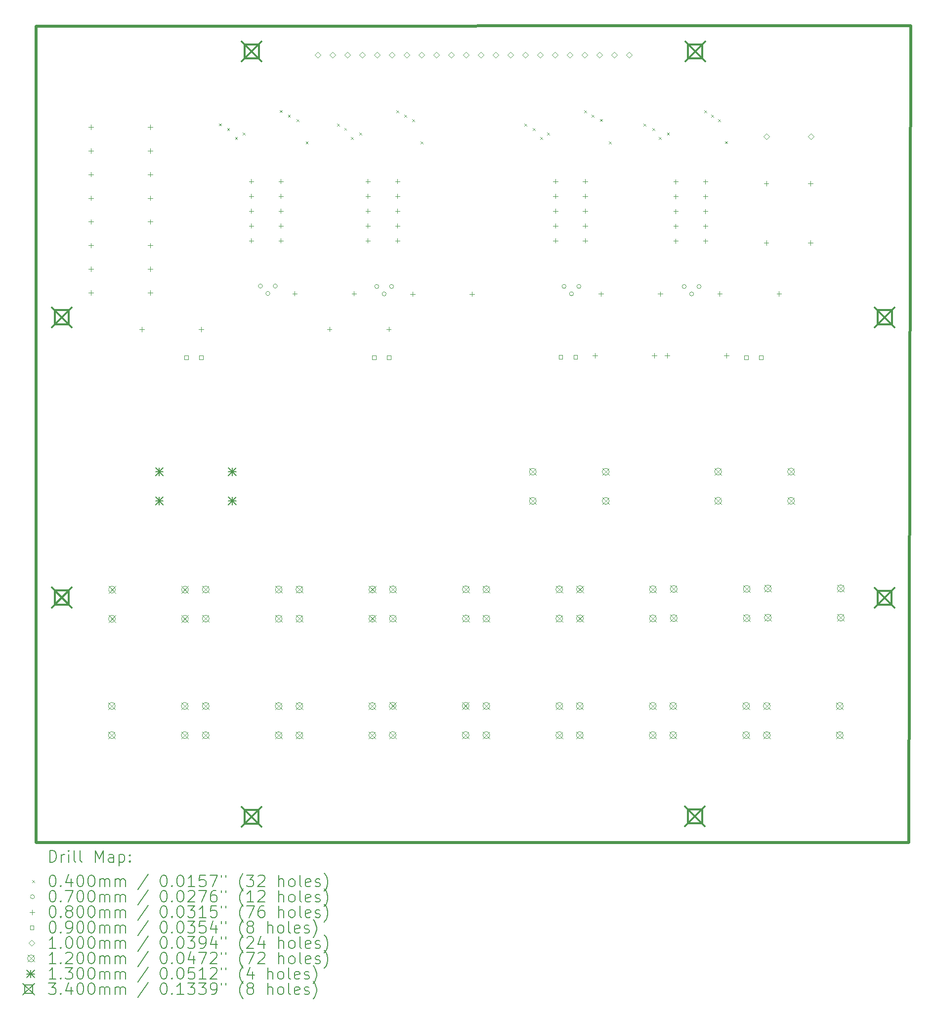
<source format=gbr>
%TF.GenerationSoftware,KiCad,Pcbnew,7.0.6*%
%TF.CreationDate,2024-01-22T18:50:32-05:00*%
%TF.ProjectId,CHESSmate PCB,43484553-536d-4617-9465-205043422e6b,rev?*%
%TF.SameCoordinates,Original*%
%TF.FileFunction,Drillmap*%
%TF.FilePolarity,Positive*%
%FSLAX45Y45*%
G04 Gerber Fmt 4.5, Leading zero omitted, Abs format (unit mm)*
G04 Created by KiCad (PCBNEW 7.0.6) date 2024-01-22 18:50:32*
%MOMM*%
%LPD*%
G01*
G04 APERTURE LIST*
%ADD10C,0.499998*%
%ADD11C,0.200000*%
%ADD12C,0.040000*%
%ADD13C,0.070000*%
%ADD14C,0.080000*%
%ADD15C,0.090000*%
%ADD16C,0.100000*%
%ADD17C,0.120000*%
%ADD18C,0.130000*%
%ADD19C,0.340000*%
G04 APERTURE END LIST*
D10*
X4135000Y-2483000D02*
X19120000Y-2468000D01*
X4137000Y-16456000D02*
X4135000Y-2483000D01*
X19085649Y-16456649D02*
X4137000Y-16456000D01*
X19120000Y-2468000D02*
X19085649Y-16456649D01*
D11*
D12*
X7271000Y-4143000D02*
X7311000Y-4183000D01*
X7311000Y-4143000D02*
X7271000Y-4183000D01*
X7410000Y-4222000D02*
X7450000Y-4262000D01*
X7450000Y-4222000D02*
X7410000Y-4262000D01*
X7547000Y-4374000D02*
X7587000Y-4414000D01*
X7587000Y-4374000D02*
X7547000Y-4414000D01*
X7677000Y-4299000D02*
X7717000Y-4339000D01*
X7717000Y-4299000D02*
X7677000Y-4339000D01*
X8313000Y-3916000D02*
X8353000Y-3956000D01*
X8353000Y-3916000D02*
X8313000Y-3956000D01*
X8452000Y-3993000D02*
X8492000Y-4033000D01*
X8492000Y-3993000D02*
X8452000Y-4033000D01*
X8597000Y-4070000D02*
X8637000Y-4110000D01*
X8637000Y-4070000D02*
X8597000Y-4110000D01*
X8756000Y-4453000D02*
X8796000Y-4493000D01*
X8796000Y-4453000D02*
X8756000Y-4493000D01*
X9297000Y-4146000D02*
X9337000Y-4186000D01*
X9337000Y-4146000D02*
X9297000Y-4186000D01*
X9417000Y-4221000D02*
X9457000Y-4261000D01*
X9457000Y-4221000D02*
X9417000Y-4261000D01*
X9529000Y-4376000D02*
X9569000Y-4416000D01*
X9569000Y-4376000D02*
X9529000Y-4416000D01*
X9674000Y-4300000D02*
X9714000Y-4340000D01*
X9714000Y-4300000D02*
X9674000Y-4340000D01*
X10310000Y-3919000D02*
X10350000Y-3959000D01*
X10350000Y-3919000D02*
X10310000Y-3959000D01*
X10446000Y-3995000D02*
X10486000Y-4035000D01*
X10486000Y-3995000D02*
X10446000Y-4035000D01*
X10582000Y-4072000D02*
X10622000Y-4112000D01*
X10622000Y-4072000D02*
X10582000Y-4112000D01*
X10727000Y-4451000D02*
X10767000Y-4491000D01*
X10767000Y-4451000D02*
X10727000Y-4491000D01*
X12502000Y-4147000D02*
X12542000Y-4187000D01*
X12542000Y-4147000D02*
X12502000Y-4187000D01*
X12650000Y-4225000D02*
X12690000Y-4265000D01*
X12690000Y-4225000D02*
X12650000Y-4265000D01*
X12776000Y-4374000D02*
X12816000Y-4414000D01*
X12816000Y-4374000D02*
X12776000Y-4414000D01*
X12893000Y-4298000D02*
X12933000Y-4338000D01*
X12933000Y-4298000D02*
X12893000Y-4338000D01*
X13525000Y-3917000D02*
X13565000Y-3957000D01*
X13565000Y-3917000D02*
X13525000Y-3957000D01*
X13653000Y-3994000D02*
X13693000Y-4034000D01*
X13693000Y-3994000D02*
X13653000Y-4034000D01*
X13801000Y-4069000D02*
X13841000Y-4109000D01*
X13841000Y-4069000D02*
X13801000Y-4109000D01*
X13953000Y-4452000D02*
X13993000Y-4492000D01*
X13993000Y-4452000D02*
X13953000Y-4492000D01*
X14543000Y-4149000D02*
X14583000Y-4189000D01*
X14583000Y-4149000D02*
X14543000Y-4189000D01*
X14694000Y-4225000D02*
X14734000Y-4265000D01*
X14734000Y-4225000D02*
X14694000Y-4265000D01*
X14805000Y-4377000D02*
X14845000Y-4417000D01*
X14845000Y-4377000D02*
X14805000Y-4417000D01*
X14945000Y-4300000D02*
X14985000Y-4340000D01*
X14985000Y-4300000D02*
X14945000Y-4340000D01*
X15582000Y-3917000D02*
X15622000Y-3957000D01*
X15622000Y-3917000D02*
X15582000Y-3957000D01*
X15706000Y-3996000D02*
X15746000Y-4036000D01*
X15746000Y-3996000D02*
X15706000Y-4036000D01*
X15825000Y-4071000D02*
X15865000Y-4111000D01*
X15865000Y-4071000D02*
X15825000Y-4111000D01*
X15940000Y-4449000D02*
X15980000Y-4489000D01*
X15980000Y-4449000D02*
X15940000Y-4489000D01*
D13*
X8015472Y-6928472D02*
G75*
G03*
X8015472Y-6928472I-35000J0D01*
G01*
X8142472Y-7055472D02*
G75*
G03*
X8142472Y-7055472I-35000J0D01*
G01*
X8269472Y-6928472D02*
G75*
G03*
X8269472Y-6928472I-35000J0D01*
G01*
X10008000Y-6936000D02*
G75*
G03*
X10008000Y-6936000I-35000J0D01*
G01*
X10135000Y-7063000D02*
G75*
G03*
X10135000Y-7063000I-35000J0D01*
G01*
X10262000Y-6936000D02*
G75*
G03*
X10262000Y-6936000I-35000J0D01*
G01*
X13217000Y-6934000D02*
G75*
G03*
X13217000Y-6934000I-35000J0D01*
G01*
X13344000Y-7061000D02*
G75*
G03*
X13344000Y-7061000I-35000J0D01*
G01*
X13471000Y-6934000D02*
G75*
G03*
X13471000Y-6934000I-35000J0D01*
G01*
X15275472Y-6936472D02*
G75*
G03*
X15275472Y-6936472I-35000J0D01*
G01*
X15402472Y-7063472D02*
G75*
G03*
X15402472Y-7063472I-35000J0D01*
G01*
X15529472Y-6936472D02*
G75*
G03*
X15529472Y-6936472I-35000J0D01*
G01*
D14*
X5078000Y-4167000D02*
X5078000Y-4247000D01*
X5038000Y-4207000D02*
X5118000Y-4207000D01*
X5078000Y-4572000D02*
X5078000Y-4652000D01*
X5038000Y-4612000D02*
X5118000Y-4612000D01*
X5078000Y-4977000D02*
X5078000Y-5057000D01*
X5038000Y-5017000D02*
X5118000Y-5017000D01*
X5078000Y-5382000D02*
X5078000Y-5462000D01*
X5038000Y-5422000D02*
X5118000Y-5422000D01*
X5078000Y-5787000D02*
X5078000Y-5867000D01*
X5038000Y-5827000D02*
X5118000Y-5827000D01*
X5078000Y-6192000D02*
X5078000Y-6272000D01*
X5038000Y-6232000D02*
X5118000Y-6232000D01*
X5078000Y-6597000D02*
X5078000Y-6677000D01*
X5038000Y-6637000D02*
X5118000Y-6637000D01*
X5078000Y-7002000D02*
X5078000Y-7082000D01*
X5038000Y-7042000D02*
X5118000Y-7042000D01*
X5948000Y-7629000D02*
X5948000Y-7709000D01*
X5908000Y-7669000D02*
X5988000Y-7669000D01*
X6094000Y-4167000D02*
X6094000Y-4247000D01*
X6054000Y-4207000D02*
X6134000Y-4207000D01*
X6094000Y-4572000D02*
X6094000Y-4652000D01*
X6054000Y-4612000D02*
X6134000Y-4612000D01*
X6094000Y-4977000D02*
X6094000Y-5057000D01*
X6054000Y-5017000D02*
X6134000Y-5017000D01*
X6094000Y-5382000D02*
X6094000Y-5462000D01*
X6054000Y-5422000D02*
X6134000Y-5422000D01*
X6094000Y-5787000D02*
X6094000Y-5867000D01*
X6054000Y-5827000D02*
X6134000Y-5827000D01*
X6094000Y-6192000D02*
X6094000Y-6272000D01*
X6054000Y-6232000D02*
X6134000Y-6232000D01*
X6094000Y-6597000D02*
X6094000Y-6677000D01*
X6054000Y-6637000D02*
X6134000Y-6637000D01*
X6094000Y-7002000D02*
X6094000Y-7082000D01*
X6054000Y-7042000D02*
X6134000Y-7042000D01*
X6964000Y-7629000D02*
X6964000Y-7709000D01*
X6924000Y-7669000D02*
X7004000Y-7669000D01*
X7822000Y-5094000D02*
X7822000Y-5174000D01*
X7782000Y-5134000D02*
X7862000Y-5134000D01*
X7822000Y-5348000D02*
X7822000Y-5428000D01*
X7782000Y-5388000D02*
X7862000Y-5388000D01*
X7822000Y-5602000D02*
X7822000Y-5682000D01*
X7782000Y-5642000D02*
X7862000Y-5642000D01*
X7822000Y-5856000D02*
X7822000Y-5936000D01*
X7782000Y-5896000D02*
X7862000Y-5896000D01*
X7822000Y-6110000D02*
X7822000Y-6190000D01*
X7782000Y-6150000D02*
X7862000Y-6150000D01*
X8330000Y-5094000D02*
X8330000Y-5174000D01*
X8290000Y-5134000D02*
X8370000Y-5134000D01*
X8330000Y-5348000D02*
X8330000Y-5428000D01*
X8290000Y-5388000D02*
X8370000Y-5388000D01*
X8330000Y-5602000D02*
X8330000Y-5682000D01*
X8290000Y-5642000D02*
X8370000Y-5642000D01*
X8330000Y-5856000D02*
X8330000Y-5936000D01*
X8290000Y-5896000D02*
X8370000Y-5896000D01*
X8330000Y-6110000D02*
X8330000Y-6190000D01*
X8290000Y-6150000D02*
X8370000Y-6150000D01*
X8569000Y-7016000D02*
X8569000Y-7096000D01*
X8529000Y-7056000D02*
X8609000Y-7056000D01*
X9163000Y-7627000D02*
X9163000Y-7707000D01*
X9123000Y-7667000D02*
X9203000Y-7667000D01*
X9585000Y-7016000D02*
X9585000Y-7096000D01*
X9545000Y-7056000D02*
X9625000Y-7056000D01*
X9821000Y-5095000D02*
X9821000Y-5175000D01*
X9781000Y-5135000D02*
X9861000Y-5135000D01*
X9821000Y-5349000D02*
X9821000Y-5429000D01*
X9781000Y-5389000D02*
X9861000Y-5389000D01*
X9821000Y-5603000D02*
X9821000Y-5683000D01*
X9781000Y-5643000D02*
X9861000Y-5643000D01*
X9821000Y-5857000D02*
X9821000Y-5937000D01*
X9781000Y-5897000D02*
X9861000Y-5897000D01*
X9821000Y-6111000D02*
X9821000Y-6191000D01*
X9781000Y-6151000D02*
X9861000Y-6151000D01*
X10179000Y-7627000D02*
X10179000Y-7707000D01*
X10139000Y-7667000D02*
X10219000Y-7667000D01*
X10329000Y-5095000D02*
X10329000Y-5175000D01*
X10289000Y-5135000D02*
X10369000Y-5135000D01*
X10329000Y-5349000D02*
X10329000Y-5429000D01*
X10289000Y-5389000D02*
X10369000Y-5389000D01*
X10329000Y-5603000D02*
X10329000Y-5683000D01*
X10289000Y-5643000D02*
X10369000Y-5643000D01*
X10329000Y-5857000D02*
X10329000Y-5937000D01*
X10289000Y-5897000D02*
X10369000Y-5897000D01*
X10329000Y-6111000D02*
X10329000Y-6191000D01*
X10289000Y-6151000D02*
X10369000Y-6151000D01*
X10590000Y-7024000D02*
X10590000Y-7104000D01*
X10550000Y-7064000D02*
X10630000Y-7064000D01*
X11606000Y-7024000D02*
X11606000Y-7104000D01*
X11566000Y-7064000D02*
X11646000Y-7064000D01*
X13037000Y-5094000D02*
X13037000Y-5174000D01*
X12997000Y-5134000D02*
X13077000Y-5134000D01*
X13037000Y-5348000D02*
X13037000Y-5428000D01*
X12997000Y-5388000D02*
X13077000Y-5388000D01*
X13037000Y-5602000D02*
X13037000Y-5682000D01*
X12997000Y-5642000D02*
X13077000Y-5642000D01*
X13037000Y-5856000D02*
X13037000Y-5936000D01*
X12997000Y-5896000D02*
X13077000Y-5896000D01*
X13037000Y-6110000D02*
X13037000Y-6190000D01*
X12997000Y-6150000D02*
X13077000Y-6150000D01*
X13545000Y-5094000D02*
X13545000Y-5174000D01*
X13505000Y-5134000D02*
X13585000Y-5134000D01*
X13545000Y-5348000D02*
X13545000Y-5428000D01*
X13505000Y-5388000D02*
X13585000Y-5388000D01*
X13545000Y-5602000D02*
X13545000Y-5682000D01*
X13505000Y-5642000D02*
X13585000Y-5642000D01*
X13545000Y-5856000D02*
X13545000Y-5936000D01*
X13505000Y-5896000D02*
X13585000Y-5896000D01*
X13545000Y-6110000D02*
X13545000Y-6190000D01*
X13505000Y-6150000D02*
X13585000Y-6150000D01*
X13711000Y-8078000D02*
X13711000Y-8158000D01*
X13671000Y-8118000D02*
X13751000Y-8118000D01*
X13815000Y-7023000D02*
X13815000Y-7103000D01*
X13775000Y-7063000D02*
X13855000Y-7063000D01*
X14727000Y-8078000D02*
X14727000Y-8158000D01*
X14687000Y-8118000D02*
X14767000Y-8118000D01*
X14831000Y-7023000D02*
X14831000Y-7103000D01*
X14791000Y-7063000D02*
X14871000Y-7063000D01*
X14948000Y-8077000D02*
X14948000Y-8157000D01*
X14908000Y-8117000D02*
X14988000Y-8117000D01*
X15095250Y-5100250D02*
X15095250Y-5180250D01*
X15055250Y-5140250D02*
X15135250Y-5140250D01*
X15095250Y-5354250D02*
X15095250Y-5434250D01*
X15055250Y-5394250D02*
X15135250Y-5394250D01*
X15095250Y-5608250D02*
X15095250Y-5688250D01*
X15055250Y-5648250D02*
X15135250Y-5648250D01*
X15095250Y-5862250D02*
X15095250Y-5942250D01*
X15055250Y-5902250D02*
X15135250Y-5902250D01*
X15095250Y-6116250D02*
X15095250Y-6196250D01*
X15055250Y-6156250D02*
X15135250Y-6156250D01*
X15603250Y-5100250D02*
X15603250Y-5180250D01*
X15563250Y-5140250D02*
X15643250Y-5140250D01*
X15603250Y-5354250D02*
X15603250Y-5434250D01*
X15563250Y-5394250D02*
X15643250Y-5394250D01*
X15603250Y-5608250D02*
X15603250Y-5688250D01*
X15563250Y-5648250D02*
X15643250Y-5648250D01*
X15603250Y-5862250D02*
X15603250Y-5942250D01*
X15563250Y-5902250D02*
X15643250Y-5902250D01*
X15603250Y-6116250D02*
X15603250Y-6196250D01*
X15563250Y-6156250D02*
X15643250Y-6156250D01*
X15849600Y-7021200D02*
X15849600Y-7101200D01*
X15809600Y-7061200D02*
X15889600Y-7061200D01*
X15964000Y-8077000D02*
X15964000Y-8157000D01*
X15924000Y-8117000D02*
X16004000Y-8117000D01*
X16647000Y-5130000D02*
X16647000Y-5210000D01*
X16607000Y-5170000D02*
X16687000Y-5170000D01*
X16647000Y-6146000D02*
X16647000Y-6226000D01*
X16607000Y-6186000D02*
X16687000Y-6186000D01*
X16865600Y-7021200D02*
X16865600Y-7101200D01*
X16825600Y-7061200D02*
X16905600Y-7061200D01*
X17406000Y-5132000D02*
X17406000Y-5212000D01*
X17366000Y-5172000D02*
X17446000Y-5172000D01*
X17406000Y-6148000D02*
X17406000Y-6228000D01*
X17366000Y-6188000D02*
X17446000Y-6188000D01*
D15*
X6741820Y-8185820D02*
X6741820Y-8122180D01*
X6678180Y-8122180D01*
X6678180Y-8185820D01*
X6741820Y-8185820D01*
X6995820Y-8185820D02*
X6995820Y-8122180D01*
X6932180Y-8122180D01*
X6932180Y-8185820D01*
X6995820Y-8185820D01*
X9960820Y-8181820D02*
X9960820Y-8118180D01*
X9897180Y-8118180D01*
X9897180Y-8181820D01*
X9960820Y-8181820D01*
X10214820Y-8181820D02*
X10214820Y-8118180D01*
X10151180Y-8118180D01*
X10151180Y-8181820D01*
X10214820Y-8181820D01*
X13157820Y-8175820D02*
X13157820Y-8112180D01*
X13094180Y-8112180D01*
X13094180Y-8175820D01*
X13157820Y-8175820D01*
X13411820Y-8175820D02*
X13411820Y-8112180D01*
X13348180Y-8112180D01*
X13348180Y-8175820D01*
X13411820Y-8175820D01*
X16335820Y-8183820D02*
X16335820Y-8120180D01*
X16272180Y-8120180D01*
X16272180Y-8183820D01*
X16335820Y-8183820D01*
X16589820Y-8183820D02*
X16589820Y-8120180D01*
X16526180Y-8120180D01*
X16526180Y-8183820D01*
X16589820Y-8183820D01*
D16*
X8966200Y-3021800D02*
X9016200Y-2971800D01*
X8966200Y-2921800D01*
X8916200Y-2971800D01*
X8966200Y-3021800D01*
X9220200Y-3021800D02*
X9270200Y-2971800D01*
X9220200Y-2921800D01*
X9170200Y-2971800D01*
X9220200Y-3021800D01*
X9474200Y-3021800D02*
X9524200Y-2971800D01*
X9474200Y-2921800D01*
X9424200Y-2971800D01*
X9474200Y-3021800D01*
X9728200Y-3021800D02*
X9778200Y-2971800D01*
X9728200Y-2921800D01*
X9678200Y-2971800D01*
X9728200Y-3021800D01*
X9982200Y-3021800D02*
X10032200Y-2971800D01*
X9982200Y-2921800D01*
X9932200Y-2971800D01*
X9982200Y-3021800D01*
X10236200Y-3021800D02*
X10286200Y-2971800D01*
X10236200Y-2921800D01*
X10186200Y-2971800D01*
X10236200Y-3021800D01*
X10490200Y-3021800D02*
X10540200Y-2971800D01*
X10490200Y-2921800D01*
X10440200Y-2971800D01*
X10490200Y-3021800D01*
X10744200Y-3021800D02*
X10794200Y-2971800D01*
X10744200Y-2921800D01*
X10694200Y-2971800D01*
X10744200Y-3021800D01*
X10998200Y-3021800D02*
X11048200Y-2971800D01*
X10998200Y-2921800D01*
X10948200Y-2971800D01*
X10998200Y-3021800D01*
X11252200Y-3021800D02*
X11302200Y-2971800D01*
X11252200Y-2921800D01*
X11202200Y-2971800D01*
X11252200Y-3021800D01*
X11506200Y-3021800D02*
X11556200Y-2971800D01*
X11506200Y-2921800D01*
X11456200Y-2971800D01*
X11506200Y-3021800D01*
X11760200Y-3021800D02*
X11810200Y-2971800D01*
X11760200Y-2921800D01*
X11710200Y-2971800D01*
X11760200Y-3021800D01*
X12014200Y-3021800D02*
X12064200Y-2971800D01*
X12014200Y-2921800D01*
X11964200Y-2971800D01*
X12014200Y-3021800D01*
X12268200Y-3021800D02*
X12318200Y-2971800D01*
X12268200Y-2921800D01*
X12218200Y-2971800D01*
X12268200Y-3021800D01*
X12522200Y-3021800D02*
X12572200Y-2971800D01*
X12522200Y-2921800D01*
X12472200Y-2971800D01*
X12522200Y-3021800D01*
X12776200Y-3021800D02*
X12826200Y-2971800D01*
X12776200Y-2921800D01*
X12726200Y-2971800D01*
X12776200Y-3021800D01*
X13030200Y-3021800D02*
X13080200Y-2971800D01*
X13030200Y-2921800D01*
X12980200Y-2971800D01*
X13030200Y-3021800D01*
X13284200Y-3021800D02*
X13334200Y-2971800D01*
X13284200Y-2921800D01*
X13234200Y-2971800D01*
X13284200Y-3021800D01*
X13538200Y-3021800D02*
X13588200Y-2971800D01*
X13538200Y-2921800D01*
X13488200Y-2971800D01*
X13538200Y-3021800D01*
X13792200Y-3021800D02*
X13842200Y-2971800D01*
X13792200Y-2921800D01*
X13742200Y-2971800D01*
X13792200Y-3021800D01*
X14046200Y-3021800D02*
X14096200Y-2971800D01*
X14046200Y-2921800D01*
X13996200Y-2971800D01*
X14046200Y-3021800D01*
X14300200Y-3021800D02*
X14350200Y-2971800D01*
X14300200Y-2921800D01*
X14250200Y-2971800D01*
X14300200Y-3021800D01*
X16651000Y-4417000D02*
X16701000Y-4367000D01*
X16651000Y-4317000D01*
X16601000Y-4367000D01*
X16651000Y-4417000D01*
X17411000Y-4417000D02*
X17461000Y-4367000D01*
X17411000Y-4317000D01*
X17361000Y-4367000D01*
X17411000Y-4417000D01*
D17*
X5374000Y-14059000D02*
X5494000Y-14179000D01*
X5494000Y-14059000D02*
X5374000Y-14179000D01*
X5494000Y-14119000D02*
G75*
G03*
X5494000Y-14119000I-60000J0D01*
G01*
X5374000Y-14559000D02*
X5494000Y-14679000D01*
X5494000Y-14559000D02*
X5374000Y-14679000D01*
X5494000Y-14619000D02*
G75*
G03*
X5494000Y-14619000I-60000J0D01*
G01*
X5378000Y-12067000D02*
X5498000Y-12187000D01*
X5498000Y-12067000D02*
X5378000Y-12187000D01*
X5498000Y-12127000D02*
G75*
G03*
X5498000Y-12127000I-60000J0D01*
G01*
X5378000Y-12567000D02*
X5498000Y-12687000D01*
X5498000Y-12567000D02*
X5378000Y-12687000D01*
X5498000Y-12627000D02*
G75*
G03*
X5498000Y-12627000I-60000J0D01*
G01*
X6624000Y-14059000D02*
X6744000Y-14179000D01*
X6744000Y-14059000D02*
X6624000Y-14179000D01*
X6744000Y-14119000D02*
G75*
G03*
X6744000Y-14119000I-60000J0D01*
G01*
X6624000Y-14559000D02*
X6744000Y-14679000D01*
X6744000Y-14559000D02*
X6624000Y-14679000D01*
X6744000Y-14619000D02*
G75*
G03*
X6744000Y-14619000I-60000J0D01*
G01*
X6628000Y-12067000D02*
X6748000Y-12187000D01*
X6748000Y-12067000D02*
X6628000Y-12187000D01*
X6748000Y-12127000D02*
G75*
G03*
X6748000Y-12127000I-60000J0D01*
G01*
X6628000Y-12567000D02*
X6748000Y-12687000D01*
X6748000Y-12567000D02*
X6628000Y-12687000D01*
X6748000Y-12627000D02*
G75*
G03*
X6748000Y-12627000I-60000J0D01*
G01*
X6983000Y-14060000D02*
X7103000Y-14180000D01*
X7103000Y-14060000D02*
X6983000Y-14180000D01*
X7103000Y-14120000D02*
G75*
G03*
X7103000Y-14120000I-60000J0D01*
G01*
X6983000Y-14560000D02*
X7103000Y-14680000D01*
X7103000Y-14560000D02*
X6983000Y-14680000D01*
X7103000Y-14620000D02*
G75*
G03*
X7103000Y-14620000I-60000J0D01*
G01*
X6984000Y-12064000D02*
X7104000Y-12184000D01*
X7104000Y-12064000D02*
X6984000Y-12184000D01*
X7104000Y-12124000D02*
G75*
G03*
X7104000Y-12124000I-60000J0D01*
G01*
X6984000Y-12564000D02*
X7104000Y-12684000D01*
X7104000Y-12564000D02*
X6984000Y-12684000D01*
X7104000Y-12624000D02*
G75*
G03*
X7104000Y-12624000I-60000J0D01*
G01*
X8233000Y-14060000D02*
X8353000Y-14180000D01*
X8353000Y-14060000D02*
X8233000Y-14180000D01*
X8353000Y-14120000D02*
G75*
G03*
X8353000Y-14120000I-60000J0D01*
G01*
X8233000Y-14560000D02*
X8353000Y-14680000D01*
X8353000Y-14560000D02*
X8233000Y-14680000D01*
X8353000Y-14620000D02*
G75*
G03*
X8353000Y-14620000I-60000J0D01*
G01*
X8234000Y-12064000D02*
X8354000Y-12184000D01*
X8354000Y-12064000D02*
X8234000Y-12184000D01*
X8354000Y-12124000D02*
G75*
G03*
X8354000Y-12124000I-60000J0D01*
G01*
X8234000Y-12564000D02*
X8354000Y-12684000D01*
X8354000Y-12564000D02*
X8234000Y-12684000D01*
X8354000Y-12624000D02*
G75*
G03*
X8354000Y-12624000I-60000J0D01*
G01*
X8587000Y-14061000D02*
X8707000Y-14181000D01*
X8707000Y-14061000D02*
X8587000Y-14181000D01*
X8707000Y-14121000D02*
G75*
G03*
X8707000Y-14121000I-60000J0D01*
G01*
X8587000Y-14561000D02*
X8707000Y-14681000D01*
X8707000Y-14561000D02*
X8587000Y-14681000D01*
X8707000Y-14621000D02*
G75*
G03*
X8707000Y-14621000I-60000J0D01*
G01*
X8588000Y-12064000D02*
X8708000Y-12184000D01*
X8708000Y-12064000D02*
X8588000Y-12184000D01*
X8708000Y-12124000D02*
G75*
G03*
X8708000Y-12124000I-60000J0D01*
G01*
X8588000Y-12564000D02*
X8708000Y-12684000D01*
X8708000Y-12564000D02*
X8588000Y-12684000D01*
X8708000Y-12624000D02*
G75*
G03*
X8708000Y-12624000I-60000J0D01*
G01*
X9837000Y-14061000D02*
X9957000Y-14181000D01*
X9957000Y-14061000D02*
X9837000Y-14181000D01*
X9957000Y-14121000D02*
G75*
G03*
X9957000Y-14121000I-60000J0D01*
G01*
X9837000Y-14561000D02*
X9957000Y-14681000D01*
X9957000Y-14561000D02*
X9837000Y-14681000D01*
X9957000Y-14621000D02*
G75*
G03*
X9957000Y-14621000I-60000J0D01*
G01*
X9838000Y-12064000D02*
X9958000Y-12184000D01*
X9958000Y-12064000D02*
X9838000Y-12184000D01*
X9958000Y-12124000D02*
G75*
G03*
X9958000Y-12124000I-60000J0D01*
G01*
X9838000Y-12564000D02*
X9958000Y-12684000D01*
X9958000Y-12564000D02*
X9838000Y-12684000D01*
X9958000Y-12624000D02*
G75*
G03*
X9958000Y-12624000I-60000J0D01*
G01*
X10187000Y-14057000D02*
X10307000Y-14177000D01*
X10307000Y-14057000D02*
X10187000Y-14177000D01*
X10307000Y-14117000D02*
G75*
G03*
X10307000Y-14117000I-60000J0D01*
G01*
X10187000Y-14557000D02*
X10307000Y-14677000D01*
X10307000Y-14557000D02*
X10187000Y-14677000D01*
X10307000Y-14617000D02*
G75*
G03*
X10307000Y-14617000I-60000J0D01*
G01*
X10190000Y-12062000D02*
X10310000Y-12182000D01*
X10310000Y-12062000D02*
X10190000Y-12182000D01*
X10310000Y-12122000D02*
G75*
G03*
X10310000Y-12122000I-60000J0D01*
G01*
X10190000Y-12562000D02*
X10310000Y-12682000D01*
X10310000Y-12562000D02*
X10190000Y-12682000D01*
X10310000Y-12622000D02*
G75*
G03*
X10310000Y-12622000I-60000J0D01*
G01*
X11437000Y-14057000D02*
X11557000Y-14177000D01*
X11557000Y-14057000D02*
X11437000Y-14177000D01*
X11557000Y-14117000D02*
G75*
G03*
X11557000Y-14117000I-60000J0D01*
G01*
X11437000Y-14557000D02*
X11557000Y-14677000D01*
X11557000Y-14557000D02*
X11437000Y-14677000D01*
X11557000Y-14617000D02*
G75*
G03*
X11557000Y-14617000I-60000J0D01*
G01*
X11440000Y-12062000D02*
X11560000Y-12182000D01*
X11560000Y-12062000D02*
X11440000Y-12182000D01*
X11560000Y-12122000D02*
G75*
G03*
X11560000Y-12122000I-60000J0D01*
G01*
X11440000Y-12562000D02*
X11560000Y-12682000D01*
X11560000Y-12562000D02*
X11440000Y-12682000D01*
X11560000Y-12622000D02*
G75*
G03*
X11560000Y-12622000I-60000J0D01*
G01*
X11791000Y-12062000D02*
X11911000Y-12182000D01*
X11911000Y-12062000D02*
X11791000Y-12182000D01*
X11911000Y-12122000D02*
G75*
G03*
X11911000Y-12122000I-60000J0D01*
G01*
X11791000Y-12562000D02*
X11911000Y-12682000D01*
X11911000Y-12562000D02*
X11791000Y-12682000D01*
X11911000Y-12622000D02*
G75*
G03*
X11911000Y-12622000I-60000J0D01*
G01*
X11791000Y-14058000D02*
X11911000Y-14178000D01*
X11911000Y-14058000D02*
X11791000Y-14178000D01*
X11911000Y-14118000D02*
G75*
G03*
X11911000Y-14118000I-60000J0D01*
G01*
X11791000Y-14558000D02*
X11911000Y-14678000D01*
X11911000Y-14558000D02*
X11791000Y-14678000D01*
X11911000Y-14618000D02*
G75*
G03*
X11911000Y-14618000I-60000J0D01*
G01*
X12587000Y-10048000D02*
X12707000Y-10168000D01*
X12707000Y-10048000D02*
X12587000Y-10168000D01*
X12707000Y-10108000D02*
G75*
G03*
X12707000Y-10108000I-60000J0D01*
G01*
X12587000Y-10548000D02*
X12707000Y-10668000D01*
X12707000Y-10548000D02*
X12587000Y-10668000D01*
X12707000Y-10608000D02*
G75*
G03*
X12707000Y-10608000I-60000J0D01*
G01*
X13041000Y-12062000D02*
X13161000Y-12182000D01*
X13161000Y-12062000D02*
X13041000Y-12182000D01*
X13161000Y-12122000D02*
G75*
G03*
X13161000Y-12122000I-60000J0D01*
G01*
X13041000Y-12562000D02*
X13161000Y-12682000D01*
X13161000Y-12562000D02*
X13041000Y-12682000D01*
X13161000Y-12622000D02*
G75*
G03*
X13161000Y-12622000I-60000J0D01*
G01*
X13041000Y-14058000D02*
X13161000Y-14178000D01*
X13161000Y-14058000D02*
X13041000Y-14178000D01*
X13161000Y-14118000D02*
G75*
G03*
X13161000Y-14118000I-60000J0D01*
G01*
X13041000Y-14558000D02*
X13161000Y-14678000D01*
X13161000Y-14558000D02*
X13041000Y-14678000D01*
X13161000Y-14618000D02*
G75*
G03*
X13161000Y-14618000I-60000J0D01*
G01*
X13392000Y-14058000D02*
X13512000Y-14178000D01*
X13512000Y-14058000D02*
X13392000Y-14178000D01*
X13512000Y-14118000D02*
G75*
G03*
X13512000Y-14118000I-60000J0D01*
G01*
X13392000Y-14558000D02*
X13512000Y-14678000D01*
X13512000Y-14558000D02*
X13392000Y-14678000D01*
X13512000Y-14618000D02*
G75*
G03*
X13512000Y-14618000I-60000J0D01*
G01*
X13395000Y-12060000D02*
X13515000Y-12180000D01*
X13515000Y-12060000D02*
X13395000Y-12180000D01*
X13515000Y-12120000D02*
G75*
G03*
X13515000Y-12120000I-60000J0D01*
G01*
X13395000Y-12560000D02*
X13515000Y-12680000D01*
X13515000Y-12560000D02*
X13395000Y-12680000D01*
X13515000Y-12620000D02*
G75*
G03*
X13515000Y-12620000I-60000J0D01*
G01*
X13837000Y-10048000D02*
X13957000Y-10168000D01*
X13957000Y-10048000D02*
X13837000Y-10168000D01*
X13957000Y-10108000D02*
G75*
G03*
X13957000Y-10108000I-60000J0D01*
G01*
X13837000Y-10548000D02*
X13957000Y-10668000D01*
X13957000Y-10548000D02*
X13837000Y-10668000D01*
X13957000Y-10608000D02*
G75*
G03*
X13957000Y-10608000I-60000J0D01*
G01*
X14642000Y-14058000D02*
X14762000Y-14178000D01*
X14762000Y-14058000D02*
X14642000Y-14178000D01*
X14762000Y-14118000D02*
G75*
G03*
X14762000Y-14118000I-60000J0D01*
G01*
X14642000Y-14558000D02*
X14762000Y-14678000D01*
X14762000Y-14558000D02*
X14642000Y-14678000D01*
X14762000Y-14618000D02*
G75*
G03*
X14762000Y-14618000I-60000J0D01*
G01*
X14645000Y-12060000D02*
X14765000Y-12180000D01*
X14765000Y-12060000D02*
X14645000Y-12180000D01*
X14765000Y-12120000D02*
G75*
G03*
X14765000Y-12120000I-60000J0D01*
G01*
X14645000Y-12560000D02*
X14765000Y-12680000D01*
X14765000Y-12560000D02*
X14645000Y-12680000D01*
X14765000Y-12620000D02*
G75*
G03*
X14765000Y-12620000I-60000J0D01*
G01*
X14992000Y-14058000D02*
X15112000Y-14178000D01*
X15112000Y-14058000D02*
X14992000Y-14178000D01*
X15112000Y-14118000D02*
G75*
G03*
X15112000Y-14118000I-60000J0D01*
G01*
X14992000Y-14558000D02*
X15112000Y-14678000D01*
X15112000Y-14558000D02*
X14992000Y-14678000D01*
X15112000Y-14618000D02*
G75*
G03*
X15112000Y-14618000I-60000J0D01*
G01*
X15002000Y-12055000D02*
X15122000Y-12175000D01*
X15122000Y-12055000D02*
X15002000Y-12175000D01*
X15122000Y-12115000D02*
G75*
G03*
X15122000Y-12115000I-60000J0D01*
G01*
X15002000Y-12555000D02*
X15122000Y-12675000D01*
X15122000Y-12555000D02*
X15002000Y-12675000D01*
X15122000Y-12615000D02*
G75*
G03*
X15122000Y-12615000I-60000J0D01*
G01*
X15762000Y-10046000D02*
X15882000Y-10166000D01*
X15882000Y-10046000D02*
X15762000Y-10166000D01*
X15882000Y-10106000D02*
G75*
G03*
X15882000Y-10106000I-60000J0D01*
G01*
X15762000Y-10546000D02*
X15882000Y-10666000D01*
X15882000Y-10546000D02*
X15762000Y-10666000D01*
X15882000Y-10606000D02*
G75*
G03*
X15882000Y-10606000I-60000J0D01*
G01*
X16242000Y-14058000D02*
X16362000Y-14178000D01*
X16362000Y-14058000D02*
X16242000Y-14178000D01*
X16362000Y-14118000D02*
G75*
G03*
X16362000Y-14118000I-60000J0D01*
G01*
X16242000Y-14558000D02*
X16362000Y-14678000D01*
X16362000Y-14558000D02*
X16242000Y-14678000D01*
X16362000Y-14618000D02*
G75*
G03*
X16362000Y-14618000I-60000J0D01*
G01*
X16252000Y-12055000D02*
X16372000Y-12175000D01*
X16372000Y-12055000D02*
X16252000Y-12175000D01*
X16372000Y-12115000D02*
G75*
G03*
X16372000Y-12115000I-60000J0D01*
G01*
X16252000Y-12555000D02*
X16372000Y-12675000D01*
X16372000Y-12555000D02*
X16252000Y-12675000D01*
X16372000Y-12615000D02*
G75*
G03*
X16372000Y-12615000I-60000J0D01*
G01*
X16596000Y-14059000D02*
X16716000Y-14179000D01*
X16716000Y-14059000D02*
X16596000Y-14179000D01*
X16716000Y-14119000D02*
G75*
G03*
X16716000Y-14119000I-60000J0D01*
G01*
X16596000Y-14559000D02*
X16716000Y-14679000D01*
X16716000Y-14559000D02*
X16596000Y-14679000D01*
X16716000Y-14619000D02*
G75*
G03*
X16716000Y-14619000I-60000J0D01*
G01*
X16614000Y-12046000D02*
X16734000Y-12166000D01*
X16734000Y-12046000D02*
X16614000Y-12166000D01*
X16734000Y-12106000D02*
G75*
G03*
X16734000Y-12106000I-60000J0D01*
G01*
X16614000Y-12546000D02*
X16734000Y-12666000D01*
X16734000Y-12546000D02*
X16614000Y-12666000D01*
X16734000Y-12606000D02*
G75*
G03*
X16734000Y-12606000I-60000J0D01*
G01*
X17012000Y-10046000D02*
X17132000Y-10166000D01*
X17132000Y-10046000D02*
X17012000Y-10166000D01*
X17132000Y-10106000D02*
G75*
G03*
X17132000Y-10106000I-60000J0D01*
G01*
X17012000Y-10546000D02*
X17132000Y-10666000D01*
X17132000Y-10546000D02*
X17012000Y-10666000D01*
X17132000Y-10606000D02*
G75*
G03*
X17132000Y-10606000I-60000J0D01*
G01*
X17846000Y-14059000D02*
X17966000Y-14179000D01*
X17966000Y-14059000D02*
X17846000Y-14179000D01*
X17966000Y-14119000D02*
G75*
G03*
X17966000Y-14119000I-60000J0D01*
G01*
X17846000Y-14559000D02*
X17966000Y-14679000D01*
X17966000Y-14559000D02*
X17846000Y-14679000D01*
X17966000Y-14619000D02*
G75*
G03*
X17966000Y-14619000I-60000J0D01*
G01*
X17864000Y-12046000D02*
X17984000Y-12166000D01*
X17984000Y-12046000D02*
X17864000Y-12166000D01*
X17984000Y-12106000D02*
G75*
G03*
X17984000Y-12106000I-60000J0D01*
G01*
X17864000Y-12546000D02*
X17984000Y-12666000D01*
X17984000Y-12546000D02*
X17864000Y-12666000D01*
X17984000Y-12606000D02*
G75*
G03*
X17984000Y-12606000I-60000J0D01*
G01*
D18*
X6182000Y-10042000D02*
X6312000Y-10172000D01*
X6312000Y-10042000D02*
X6182000Y-10172000D01*
X6247000Y-10042000D02*
X6247000Y-10172000D01*
X6182000Y-10107000D02*
X6312000Y-10107000D01*
X6182000Y-10542000D02*
X6312000Y-10672000D01*
X6312000Y-10542000D02*
X6182000Y-10672000D01*
X6247000Y-10542000D02*
X6247000Y-10672000D01*
X6182000Y-10607000D02*
X6312000Y-10607000D01*
X7432000Y-10042000D02*
X7562000Y-10172000D01*
X7562000Y-10042000D02*
X7432000Y-10172000D01*
X7497000Y-10042000D02*
X7497000Y-10172000D01*
X7432000Y-10107000D02*
X7562000Y-10107000D01*
X7432000Y-10542000D02*
X7562000Y-10672000D01*
X7562000Y-10542000D02*
X7432000Y-10672000D01*
X7497000Y-10542000D02*
X7497000Y-10672000D01*
X7432000Y-10607000D02*
X7562000Y-10607000D01*
D19*
X4406000Y-12093000D02*
X4746000Y-12433000D01*
X4746000Y-12093000D02*
X4406000Y-12433000D01*
X4696209Y-12383209D02*
X4696209Y-12142791D01*
X4455791Y-12142791D01*
X4455791Y-12383209D01*
X4696209Y-12383209D01*
X4409000Y-7293000D02*
X4749000Y-7633000D01*
X4749000Y-7293000D02*
X4409000Y-7633000D01*
X4699209Y-7583209D02*
X4699209Y-7342791D01*
X4458791Y-7342791D01*
X4458791Y-7583209D01*
X4699209Y-7583209D01*
X7660000Y-15846000D02*
X8000000Y-16186000D01*
X8000000Y-15846000D02*
X7660000Y-16186000D01*
X7950209Y-16136209D02*
X7950209Y-15895791D01*
X7709791Y-15895791D01*
X7709791Y-16136209D01*
X7950209Y-16136209D01*
X7661000Y-2743000D02*
X8001000Y-3083000D01*
X8001000Y-2743000D02*
X7661000Y-3083000D01*
X7951209Y-3033209D02*
X7951209Y-2792791D01*
X7710791Y-2792791D01*
X7710791Y-3033209D01*
X7951209Y-3033209D01*
X15256000Y-15840000D02*
X15596000Y-16180000D01*
X15596000Y-15840000D02*
X15256000Y-16180000D01*
X15546209Y-16130209D02*
X15546209Y-15889791D01*
X15305791Y-15889791D01*
X15305791Y-16130209D01*
X15546209Y-16130209D01*
X15258000Y-2741000D02*
X15598000Y-3081000D01*
X15598000Y-2741000D02*
X15258000Y-3081000D01*
X15548209Y-3031209D02*
X15548209Y-2790791D01*
X15307791Y-2790791D01*
X15307791Y-3031209D01*
X15548209Y-3031209D01*
X18502000Y-12099000D02*
X18842000Y-12439000D01*
X18842000Y-12099000D02*
X18502000Y-12439000D01*
X18792209Y-12389209D02*
X18792209Y-12148791D01*
X18551791Y-12148791D01*
X18551791Y-12389209D01*
X18792209Y-12389209D01*
X18507000Y-7293000D02*
X18847000Y-7633000D01*
X18847000Y-7293000D02*
X18507000Y-7633000D01*
X18797209Y-7583209D02*
X18797209Y-7342791D01*
X18556791Y-7342791D01*
X18556791Y-7583209D01*
X18797209Y-7583209D01*
D11*
X4370777Y-16793133D02*
X4370777Y-16593133D01*
X4370777Y-16593133D02*
X4418396Y-16593133D01*
X4418396Y-16593133D02*
X4446967Y-16602656D01*
X4446967Y-16602656D02*
X4466015Y-16621704D01*
X4466015Y-16621704D02*
X4475539Y-16640752D01*
X4475539Y-16640752D02*
X4485063Y-16678847D01*
X4485063Y-16678847D02*
X4485063Y-16707418D01*
X4485063Y-16707418D02*
X4475539Y-16745514D01*
X4475539Y-16745514D02*
X4466015Y-16764561D01*
X4466015Y-16764561D02*
X4446967Y-16783609D01*
X4446967Y-16783609D02*
X4418396Y-16793133D01*
X4418396Y-16793133D02*
X4370777Y-16793133D01*
X4570777Y-16793133D02*
X4570777Y-16659799D01*
X4570777Y-16697895D02*
X4580301Y-16678847D01*
X4580301Y-16678847D02*
X4589825Y-16669323D01*
X4589825Y-16669323D02*
X4608872Y-16659799D01*
X4608872Y-16659799D02*
X4627920Y-16659799D01*
X4694586Y-16793133D02*
X4694586Y-16659799D01*
X4694586Y-16593133D02*
X4685063Y-16602656D01*
X4685063Y-16602656D02*
X4694586Y-16612180D01*
X4694586Y-16612180D02*
X4704110Y-16602656D01*
X4704110Y-16602656D02*
X4694586Y-16593133D01*
X4694586Y-16593133D02*
X4694586Y-16612180D01*
X4818396Y-16793133D02*
X4799348Y-16783609D01*
X4799348Y-16783609D02*
X4789825Y-16764561D01*
X4789825Y-16764561D02*
X4789825Y-16593133D01*
X4923158Y-16793133D02*
X4904110Y-16783609D01*
X4904110Y-16783609D02*
X4894586Y-16764561D01*
X4894586Y-16764561D02*
X4894586Y-16593133D01*
X5151729Y-16793133D02*
X5151729Y-16593133D01*
X5151729Y-16593133D02*
X5218396Y-16735990D01*
X5218396Y-16735990D02*
X5285063Y-16593133D01*
X5285063Y-16593133D02*
X5285063Y-16793133D01*
X5466015Y-16793133D02*
X5466015Y-16688371D01*
X5466015Y-16688371D02*
X5456491Y-16669323D01*
X5456491Y-16669323D02*
X5437444Y-16659799D01*
X5437444Y-16659799D02*
X5399348Y-16659799D01*
X5399348Y-16659799D02*
X5380301Y-16669323D01*
X5466015Y-16783609D02*
X5446967Y-16793133D01*
X5446967Y-16793133D02*
X5399348Y-16793133D01*
X5399348Y-16793133D02*
X5380301Y-16783609D01*
X5380301Y-16783609D02*
X5370777Y-16764561D01*
X5370777Y-16764561D02*
X5370777Y-16745514D01*
X5370777Y-16745514D02*
X5380301Y-16726466D01*
X5380301Y-16726466D02*
X5399348Y-16716942D01*
X5399348Y-16716942D02*
X5446967Y-16716942D01*
X5446967Y-16716942D02*
X5466015Y-16707418D01*
X5561253Y-16659799D02*
X5561253Y-16859799D01*
X5561253Y-16669323D02*
X5580301Y-16659799D01*
X5580301Y-16659799D02*
X5618396Y-16659799D01*
X5618396Y-16659799D02*
X5637444Y-16669323D01*
X5637444Y-16669323D02*
X5646967Y-16678847D01*
X5646967Y-16678847D02*
X5656491Y-16697895D01*
X5656491Y-16697895D02*
X5656491Y-16755037D01*
X5656491Y-16755037D02*
X5646967Y-16774085D01*
X5646967Y-16774085D02*
X5637444Y-16783609D01*
X5637444Y-16783609D02*
X5618396Y-16793133D01*
X5618396Y-16793133D02*
X5580301Y-16793133D01*
X5580301Y-16793133D02*
X5561253Y-16783609D01*
X5742205Y-16774085D02*
X5751729Y-16783609D01*
X5751729Y-16783609D02*
X5742205Y-16793133D01*
X5742205Y-16793133D02*
X5732682Y-16783609D01*
X5732682Y-16783609D02*
X5742205Y-16774085D01*
X5742205Y-16774085D02*
X5742205Y-16793133D01*
X5742205Y-16669323D02*
X5751729Y-16678847D01*
X5751729Y-16678847D02*
X5742205Y-16688371D01*
X5742205Y-16688371D02*
X5732682Y-16678847D01*
X5732682Y-16678847D02*
X5742205Y-16669323D01*
X5742205Y-16669323D02*
X5742205Y-16688371D01*
D12*
X4070000Y-17101649D02*
X4110000Y-17141649D01*
X4110000Y-17101649D02*
X4070000Y-17141649D01*
D11*
X4408872Y-17013133D02*
X4427920Y-17013133D01*
X4427920Y-17013133D02*
X4446967Y-17022657D01*
X4446967Y-17022657D02*
X4456491Y-17032180D01*
X4456491Y-17032180D02*
X4466015Y-17051228D01*
X4466015Y-17051228D02*
X4475539Y-17089323D01*
X4475539Y-17089323D02*
X4475539Y-17136942D01*
X4475539Y-17136942D02*
X4466015Y-17175037D01*
X4466015Y-17175037D02*
X4456491Y-17194085D01*
X4456491Y-17194085D02*
X4446967Y-17203609D01*
X4446967Y-17203609D02*
X4427920Y-17213133D01*
X4427920Y-17213133D02*
X4408872Y-17213133D01*
X4408872Y-17213133D02*
X4389825Y-17203609D01*
X4389825Y-17203609D02*
X4380301Y-17194085D01*
X4380301Y-17194085D02*
X4370777Y-17175037D01*
X4370777Y-17175037D02*
X4361253Y-17136942D01*
X4361253Y-17136942D02*
X4361253Y-17089323D01*
X4361253Y-17089323D02*
X4370777Y-17051228D01*
X4370777Y-17051228D02*
X4380301Y-17032180D01*
X4380301Y-17032180D02*
X4389825Y-17022657D01*
X4389825Y-17022657D02*
X4408872Y-17013133D01*
X4561253Y-17194085D02*
X4570777Y-17203609D01*
X4570777Y-17203609D02*
X4561253Y-17213133D01*
X4561253Y-17213133D02*
X4551729Y-17203609D01*
X4551729Y-17203609D02*
X4561253Y-17194085D01*
X4561253Y-17194085D02*
X4561253Y-17213133D01*
X4742206Y-17079799D02*
X4742206Y-17213133D01*
X4694586Y-17003609D02*
X4646967Y-17146466D01*
X4646967Y-17146466D02*
X4770777Y-17146466D01*
X4885063Y-17013133D02*
X4904110Y-17013133D01*
X4904110Y-17013133D02*
X4923158Y-17022657D01*
X4923158Y-17022657D02*
X4932682Y-17032180D01*
X4932682Y-17032180D02*
X4942206Y-17051228D01*
X4942206Y-17051228D02*
X4951729Y-17089323D01*
X4951729Y-17089323D02*
X4951729Y-17136942D01*
X4951729Y-17136942D02*
X4942206Y-17175037D01*
X4942206Y-17175037D02*
X4932682Y-17194085D01*
X4932682Y-17194085D02*
X4923158Y-17203609D01*
X4923158Y-17203609D02*
X4904110Y-17213133D01*
X4904110Y-17213133D02*
X4885063Y-17213133D01*
X4885063Y-17213133D02*
X4866015Y-17203609D01*
X4866015Y-17203609D02*
X4856491Y-17194085D01*
X4856491Y-17194085D02*
X4846967Y-17175037D01*
X4846967Y-17175037D02*
X4837444Y-17136942D01*
X4837444Y-17136942D02*
X4837444Y-17089323D01*
X4837444Y-17089323D02*
X4846967Y-17051228D01*
X4846967Y-17051228D02*
X4856491Y-17032180D01*
X4856491Y-17032180D02*
X4866015Y-17022657D01*
X4866015Y-17022657D02*
X4885063Y-17013133D01*
X5075539Y-17013133D02*
X5094587Y-17013133D01*
X5094587Y-17013133D02*
X5113634Y-17022657D01*
X5113634Y-17022657D02*
X5123158Y-17032180D01*
X5123158Y-17032180D02*
X5132682Y-17051228D01*
X5132682Y-17051228D02*
X5142206Y-17089323D01*
X5142206Y-17089323D02*
X5142206Y-17136942D01*
X5142206Y-17136942D02*
X5132682Y-17175037D01*
X5132682Y-17175037D02*
X5123158Y-17194085D01*
X5123158Y-17194085D02*
X5113634Y-17203609D01*
X5113634Y-17203609D02*
X5094587Y-17213133D01*
X5094587Y-17213133D02*
X5075539Y-17213133D01*
X5075539Y-17213133D02*
X5056491Y-17203609D01*
X5056491Y-17203609D02*
X5046967Y-17194085D01*
X5046967Y-17194085D02*
X5037444Y-17175037D01*
X5037444Y-17175037D02*
X5027920Y-17136942D01*
X5027920Y-17136942D02*
X5027920Y-17089323D01*
X5027920Y-17089323D02*
X5037444Y-17051228D01*
X5037444Y-17051228D02*
X5046967Y-17032180D01*
X5046967Y-17032180D02*
X5056491Y-17022657D01*
X5056491Y-17022657D02*
X5075539Y-17013133D01*
X5227920Y-17213133D02*
X5227920Y-17079799D01*
X5227920Y-17098847D02*
X5237444Y-17089323D01*
X5237444Y-17089323D02*
X5256491Y-17079799D01*
X5256491Y-17079799D02*
X5285063Y-17079799D01*
X5285063Y-17079799D02*
X5304110Y-17089323D01*
X5304110Y-17089323D02*
X5313634Y-17108371D01*
X5313634Y-17108371D02*
X5313634Y-17213133D01*
X5313634Y-17108371D02*
X5323158Y-17089323D01*
X5323158Y-17089323D02*
X5342206Y-17079799D01*
X5342206Y-17079799D02*
X5370777Y-17079799D01*
X5370777Y-17079799D02*
X5389825Y-17089323D01*
X5389825Y-17089323D02*
X5399348Y-17108371D01*
X5399348Y-17108371D02*
X5399348Y-17213133D01*
X5494587Y-17213133D02*
X5494587Y-17079799D01*
X5494587Y-17098847D02*
X5504110Y-17089323D01*
X5504110Y-17089323D02*
X5523158Y-17079799D01*
X5523158Y-17079799D02*
X5551729Y-17079799D01*
X5551729Y-17079799D02*
X5570777Y-17089323D01*
X5570777Y-17089323D02*
X5580301Y-17108371D01*
X5580301Y-17108371D02*
X5580301Y-17213133D01*
X5580301Y-17108371D02*
X5589825Y-17089323D01*
X5589825Y-17089323D02*
X5608872Y-17079799D01*
X5608872Y-17079799D02*
X5637444Y-17079799D01*
X5637444Y-17079799D02*
X5656491Y-17089323D01*
X5656491Y-17089323D02*
X5666015Y-17108371D01*
X5666015Y-17108371D02*
X5666015Y-17213133D01*
X6056491Y-17003609D02*
X5885063Y-17260752D01*
X6313634Y-17013133D02*
X6332682Y-17013133D01*
X6332682Y-17013133D02*
X6351729Y-17022657D01*
X6351729Y-17022657D02*
X6361253Y-17032180D01*
X6361253Y-17032180D02*
X6370777Y-17051228D01*
X6370777Y-17051228D02*
X6380301Y-17089323D01*
X6380301Y-17089323D02*
X6380301Y-17136942D01*
X6380301Y-17136942D02*
X6370777Y-17175037D01*
X6370777Y-17175037D02*
X6361253Y-17194085D01*
X6361253Y-17194085D02*
X6351729Y-17203609D01*
X6351729Y-17203609D02*
X6332682Y-17213133D01*
X6332682Y-17213133D02*
X6313634Y-17213133D01*
X6313634Y-17213133D02*
X6294587Y-17203609D01*
X6294587Y-17203609D02*
X6285063Y-17194085D01*
X6285063Y-17194085D02*
X6275539Y-17175037D01*
X6275539Y-17175037D02*
X6266015Y-17136942D01*
X6266015Y-17136942D02*
X6266015Y-17089323D01*
X6266015Y-17089323D02*
X6275539Y-17051228D01*
X6275539Y-17051228D02*
X6285063Y-17032180D01*
X6285063Y-17032180D02*
X6294587Y-17022657D01*
X6294587Y-17022657D02*
X6313634Y-17013133D01*
X6466015Y-17194085D02*
X6475539Y-17203609D01*
X6475539Y-17203609D02*
X6466015Y-17213133D01*
X6466015Y-17213133D02*
X6456491Y-17203609D01*
X6456491Y-17203609D02*
X6466015Y-17194085D01*
X6466015Y-17194085D02*
X6466015Y-17213133D01*
X6599348Y-17013133D02*
X6618396Y-17013133D01*
X6618396Y-17013133D02*
X6637444Y-17022657D01*
X6637444Y-17022657D02*
X6646968Y-17032180D01*
X6646968Y-17032180D02*
X6656491Y-17051228D01*
X6656491Y-17051228D02*
X6666015Y-17089323D01*
X6666015Y-17089323D02*
X6666015Y-17136942D01*
X6666015Y-17136942D02*
X6656491Y-17175037D01*
X6656491Y-17175037D02*
X6646968Y-17194085D01*
X6646968Y-17194085D02*
X6637444Y-17203609D01*
X6637444Y-17203609D02*
X6618396Y-17213133D01*
X6618396Y-17213133D02*
X6599348Y-17213133D01*
X6599348Y-17213133D02*
X6580301Y-17203609D01*
X6580301Y-17203609D02*
X6570777Y-17194085D01*
X6570777Y-17194085D02*
X6561253Y-17175037D01*
X6561253Y-17175037D02*
X6551729Y-17136942D01*
X6551729Y-17136942D02*
X6551729Y-17089323D01*
X6551729Y-17089323D02*
X6561253Y-17051228D01*
X6561253Y-17051228D02*
X6570777Y-17032180D01*
X6570777Y-17032180D02*
X6580301Y-17022657D01*
X6580301Y-17022657D02*
X6599348Y-17013133D01*
X6856491Y-17213133D02*
X6742206Y-17213133D01*
X6799348Y-17213133D02*
X6799348Y-17013133D01*
X6799348Y-17013133D02*
X6780301Y-17041704D01*
X6780301Y-17041704D02*
X6761253Y-17060752D01*
X6761253Y-17060752D02*
X6742206Y-17070276D01*
X7037444Y-17013133D02*
X6942206Y-17013133D01*
X6942206Y-17013133D02*
X6932682Y-17108371D01*
X6932682Y-17108371D02*
X6942206Y-17098847D01*
X6942206Y-17098847D02*
X6961253Y-17089323D01*
X6961253Y-17089323D02*
X7008872Y-17089323D01*
X7008872Y-17089323D02*
X7027920Y-17098847D01*
X7027920Y-17098847D02*
X7037444Y-17108371D01*
X7037444Y-17108371D02*
X7046968Y-17127418D01*
X7046968Y-17127418D02*
X7046968Y-17175037D01*
X7046968Y-17175037D02*
X7037444Y-17194085D01*
X7037444Y-17194085D02*
X7027920Y-17203609D01*
X7027920Y-17203609D02*
X7008872Y-17213133D01*
X7008872Y-17213133D02*
X6961253Y-17213133D01*
X6961253Y-17213133D02*
X6942206Y-17203609D01*
X6942206Y-17203609D02*
X6932682Y-17194085D01*
X7113634Y-17013133D02*
X7246968Y-17013133D01*
X7246968Y-17013133D02*
X7161253Y-17213133D01*
X7313634Y-17013133D02*
X7313634Y-17051228D01*
X7389825Y-17013133D02*
X7389825Y-17051228D01*
X7685063Y-17289323D02*
X7675539Y-17279799D01*
X7675539Y-17279799D02*
X7656491Y-17251228D01*
X7656491Y-17251228D02*
X7646968Y-17232180D01*
X7646968Y-17232180D02*
X7637444Y-17203609D01*
X7637444Y-17203609D02*
X7627920Y-17155990D01*
X7627920Y-17155990D02*
X7627920Y-17117895D01*
X7627920Y-17117895D02*
X7637444Y-17070276D01*
X7637444Y-17070276D02*
X7646968Y-17041704D01*
X7646968Y-17041704D02*
X7656491Y-17022657D01*
X7656491Y-17022657D02*
X7675539Y-16994085D01*
X7675539Y-16994085D02*
X7685063Y-16984561D01*
X7742206Y-17013133D02*
X7866015Y-17013133D01*
X7866015Y-17013133D02*
X7799349Y-17089323D01*
X7799349Y-17089323D02*
X7827920Y-17089323D01*
X7827920Y-17089323D02*
X7846968Y-17098847D01*
X7846968Y-17098847D02*
X7856491Y-17108371D01*
X7856491Y-17108371D02*
X7866015Y-17127418D01*
X7866015Y-17127418D02*
X7866015Y-17175037D01*
X7866015Y-17175037D02*
X7856491Y-17194085D01*
X7856491Y-17194085D02*
X7846968Y-17203609D01*
X7846968Y-17203609D02*
X7827920Y-17213133D01*
X7827920Y-17213133D02*
X7770777Y-17213133D01*
X7770777Y-17213133D02*
X7751730Y-17203609D01*
X7751730Y-17203609D02*
X7742206Y-17194085D01*
X7942206Y-17032180D02*
X7951730Y-17022657D01*
X7951730Y-17022657D02*
X7970777Y-17013133D01*
X7970777Y-17013133D02*
X8018396Y-17013133D01*
X8018396Y-17013133D02*
X8037444Y-17022657D01*
X8037444Y-17022657D02*
X8046968Y-17032180D01*
X8046968Y-17032180D02*
X8056491Y-17051228D01*
X8056491Y-17051228D02*
X8056491Y-17070276D01*
X8056491Y-17070276D02*
X8046968Y-17098847D01*
X8046968Y-17098847D02*
X7932682Y-17213133D01*
X7932682Y-17213133D02*
X8056491Y-17213133D01*
X8294587Y-17213133D02*
X8294587Y-17013133D01*
X8380301Y-17213133D02*
X8380301Y-17108371D01*
X8380301Y-17108371D02*
X8370777Y-17089323D01*
X8370777Y-17089323D02*
X8351730Y-17079799D01*
X8351730Y-17079799D02*
X8323158Y-17079799D01*
X8323158Y-17079799D02*
X8304111Y-17089323D01*
X8304111Y-17089323D02*
X8294587Y-17098847D01*
X8504111Y-17213133D02*
X8485063Y-17203609D01*
X8485063Y-17203609D02*
X8475539Y-17194085D01*
X8475539Y-17194085D02*
X8466015Y-17175037D01*
X8466015Y-17175037D02*
X8466015Y-17117895D01*
X8466015Y-17117895D02*
X8475539Y-17098847D01*
X8475539Y-17098847D02*
X8485063Y-17089323D01*
X8485063Y-17089323D02*
X8504111Y-17079799D01*
X8504111Y-17079799D02*
X8532682Y-17079799D01*
X8532682Y-17079799D02*
X8551730Y-17089323D01*
X8551730Y-17089323D02*
X8561254Y-17098847D01*
X8561254Y-17098847D02*
X8570777Y-17117895D01*
X8570777Y-17117895D02*
X8570777Y-17175037D01*
X8570777Y-17175037D02*
X8561254Y-17194085D01*
X8561254Y-17194085D02*
X8551730Y-17203609D01*
X8551730Y-17203609D02*
X8532682Y-17213133D01*
X8532682Y-17213133D02*
X8504111Y-17213133D01*
X8685063Y-17213133D02*
X8666015Y-17203609D01*
X8666015Y-17203609D02*
X8656492Y-17184561D01*
X8656492Y-17184561D02*
X8656492Y-17013133D01*
X8837444Y-17203609D02*
X8818396Y-17213133D01*
X8818396Y-17213133D02*
X8780301Y-17213133D01*
X8780301Y-17213133D02*
X8761254Y-17203609D01*
X8761254Y-17203609D02*
X8751730Y-17184561D01*
X8751730Y-17184561D02*
X8751730Y-17108371D01*
X8751730Y-17108371D02*
X8761254Y-17089323D01*
X8761254Y-17089323D02*
X8780301Y-17079799D01*
X8780301Y-17079799D02*
X8818396Y-17079799D01*
X8818396Y-17079799D02*
X8837444Y-17089323D01*
X8837444Y-17089323D02*
X8846968Y-17108371D01*
X8846968Y-17108371D02*
X8846968Y-17127418D01*
X8846968Y-17127418D02*
X8751730Y-17146466D01*
X8923158Y-17203609D02*
X8942206Y-17213133D01*
X8942206Y-17213133D02*
X8980301Y-17213133D01*
X8980301Y-17213133D02*
X8999349Y-17203609D01*
X8999349Y-17203609D02*
X9008873Y-17184561D01*
X9008873Y-17184561D02*
X9008873Y-17175037D01*
X9008873Y-17175037D02*
X8999349Y-17155990D01*
X8999349Y-17155990D02*
X8980301Y-17146466D01*
X8980301Y-17146466D02*
X8951730Y-17146466D01*
X8951730Y-17146466D02*
X8932682Y-17136942D01*
X8932682Y-17136942D02*
X8923158Y-17117895D01*
X8923158Y-17117895D02*
X8923158Y-17108371D01*
X8923158Y-17108371D02*
X8932682Y-17089323D01*
X8932682Y-17089323D02*
X8951730Y-17079799D01*
X8951730Y-17079799D02*
X8980301Y-17079799D01*
X8980301Y-17079799D02*
X8999349Y-17089323D01*
X9075539Y-17289323D02*
X9085063Y-17279799D01*
X9085063Y-17279799D02*
X9104111Y-17251228D01*
X9104111Y-17251228D02*
X9113635Y-17232180D01*
X9113635Y-17232180D02*
X9123158Y-17203609D01*
X9123158Y-17203609D02*
X9132682Y-17155990D01*
X9132682Y-17155990D02*
X9132682Y-17117895D01*
X9132682Y-17117895D02*
X9123158Y-17070276D01*
X9123158Y-17070276D02*
X9113635Y-17041704D01*
X9113635Y-17041704D02*
X9104111Y-17022657D01*
X9104111Y-17022657D02*
X9085063Y-16994085D01*
X9085063Y-16994085D02*
X9075539Y-16984561D01*
D13*
X4110000Y-17385649D02*
G75*
G03*
X4110000Y-17385649I-35000J0D01*
G01*
D11*
X4408872Y-17277133D02*
X4427920Y-17277133D01*
X4427920Y-17277133D02*
X4446967Y-17286657D01*
X4446967Y-17286657D02*
X4456491Y-17296180D01*
X4456491Y-17296180D02*
X4466015Y-17315228D01*
X4466015Y-17315228D02*
X4475539Y-17353323D01*
X4475539Y-17353323D02*
X4475539Y-17400942D01*
X4475539Y-17400942D02*
X4466015Y-17439037D01*
X4466015Y-17439037D02*
X4456491Y-17458085D01*
X4456491Y-17458085D02*
X4446967Y-17467609D01*
X4446967Y-17467609D02*
X4427920Y-17477133D01*
X4427920Y-17477133D02*
X4408872Y-17477133D01*
X4408872Y-17477133D02*
X4389825Y-17467609D01*
X4389825Y-17467609D02*
X4380301Y-17458085D01*
X4380301Y-17458085D02*
X4370777Y-17439037D01*
X4370777Y-17439037D02*
X4361253Y-17400942D01*
X4361253Y-17400942D02*
X4361253Y-17353323D01*
X4361253Y-17353323D02*
X4370777Y-17315228D01*
X4370777Y-17315228D02*
X4380301Y-17296180D01*
X4380301Y-17296180D02*
X4389825Y-17286657D01*
X4389825Y-17286657D02*
X4408872Y-17277133D01*
X4561253Y-17458085D02*
X4570777Y-17467609D01*
X4570777Y-17467609D02*
X4561253Y-17477133D01*
X4561253Y-17477133D02*
X4551729Y-17467609D01*
X4551729Y-17467609D02*
X4561253Y-17458085D01*
X4561253Y-17458085D02*
X4561253Y-17477133D01*
X4637444Y-17277133D02*
X4770777Y-17277133D01*
X4770777Y-17277133D02*
X4685063Y-17477133D01*
X4885063Y-17277133D02*
X4904110Y-17277133D01*
X4904110Y-17277133D02*
X4923158Y-17286657D01*
X4923158Y-17286657D02*
X4932682Y-17296180D01*
X4932682Y-17296180D02*
X4942206Y-17315228D01*
X4942206Y-17315228D02*
X4951729Y-17353323D01*
X4951729Y-17353323D02*
X4951729Y-17400942D01*
X4951729Y-17400942D02*
X4942206Y-17439037D01*
X4942206Y-17439037D02*
X4932682Y-17458085D01*
X4932682Y-17458085D02*
X4923158Y-17467609D01*
X4923158Y-17467609D02*
X4904110Y-17477133D01*
X4904110Y-17477133D02*
X4885063Y-17477133D01*
X4885063Y-17477133D02*
X4866015Y-17467609D01*
X4866015Y-17467609D02*
X4856491Y-17458085D01*
X4856491Y-17458085D02*
X4846967Y-17439037D01*
X4846967Y-17439037D02*
X4837444Y-17400942D01*
X4837444Y-17400942D02*
X4837444Y-17353323D01*
X4837444Y-17353323D02*
X4846967Y-17315228D01*
X4846967Y-17315228D02*
X4856491Y-17296180D01*
X4856491Y-17296180D02*
X4866015Y-17286657D01*
X4866015Y-17286657D02*
X4885063Y-17277133D01*
X5075539Y-17277133D02*
X5094587Y-17277133D01*
X5094587Y-17277133D02*
X5113634Y-17286657D01*
X5113634Y-17286657D02*
X5123158Y-17296180D01*
X5123158Y-17296180D02*
X5132682Y-17315228D01*
X5132682Y-17315228D02*
X5142206Y-17353323D01*
X5142206Y-17353323D02*
X5142206Y-17400942D01*
X5142206Y-17400942D02*
X5132682Y-17439037D01*
X5132682Y-17439037D02*
X5123158Y-17458085D01*
X5123158Y-17458085D02*
X5113634Y-17467609D01*
X5113634Y-17467609D02*
X5094587Y-17477133D01*
X5094587Y-17477133D02*
X5075539Y-17477133D01*
X5075539Y-17477133D02*
X5056491Y-17467609D01*
X5056491Y-17467609D02*
X5046967Y-17458085D01*
X5046967Y-17458085D02*
X5037444Y-17439037D01*
X5037444Y-17439037D02*
X5027920Y-17400942D01*
X5027920Y-17400942D02*
X5027920Y-17353323D01*
X5027920Y-17353323D02*
X5037444Y-17315228D01*
X5037444Y-17315228D02*
X5046967Y-17296180D01*
X5046967Y-17296180D02*
X5056491Y-17286657D01*
X5056491Y-17286657D02*
X5075539Y-17277133D01*
X5227920Y-17477133D02*
X5227920Y-17343799D01*
X5227920Y-17362847D02*
X5237444Y-17353323D01*
X5237444Y-17353323D02*
X5256491Y-17343799D01*
X5256491Y-17343799D02*
X5285063Y-17343799D01*
X5285063Y-17343799D02*
X5304110Y-17353323D01*
X5304110Y-17353323D02*
X5313634Y-17372371D01*
X5313634Y-17372371D02*
X5313634Y-17477133D01*
X5313634Y-17372371D02*
X5323158Y-17353323D01*
X5323158Y-17353323D02*
X5342206Y-17343799D01*
X5342206Y-17343799D02*
X5370777Y-17343799D01*
X5370777Y-17343799D02*
X5389825Y-17353323D01*
X5389825Y-17353323D02*
X5399348Y-17372371D01*
X5399348Y-17372371D02*
X5399348Y-17477133D01*
X5494587Y-17477133D02*
X5494587Y-17343799D01*
X5494587Y-17362847D02*
X5504110Y-17353323D01*
X5504110Y-17353323D02*
X5523158Y-17343799D01*
X5523158Y-17343799D02*
X5551729Y-17343799D01*
X5551729Y-17343799D02*
X5570777Y-17353323D01*
X5570777Y-17353323D02*
X5580301Y-17372371D01*
X5580301Y-17372371D02*
X5580301Y-17477133D01*
X5580301Y-17372371D02*
X5589825Y-17353323D01*
X5589825Y-17353323D02*
X5608872Y-17343799D01*
X5608872Y-17343799D02*
X5637444Y-17343799D01*
X5637444Y-17343799D02*
X5656491Y-17353323D01*
X5656491Y-17353323D02*
X5666015Y-17372371D01*
X5666015Y-17372371D02*
X5666015Y-17477133D01*
X6056491Y-17267609D02*
X5885063Y-17524752D01*
X6313634Y-17277133D02*
X6332682Y-17277133D01*
X6332682Y-17277133D02*
X6351729Y-17286657D01*
X6351729Y-17286657D02*
X6361253Y-17296180D01*
X6361253Y-17296180D02*
X6370777Y-17315228D01*
X6370777Y-17315228D02*
X6380301Y-17353323D01*
X6380301Y-17353323D02*
X6380301Y-17400942D01*
X6380301Y-17400942D02*
X6370777Y-17439037D01*
X6370777Y-17439037D02*
X6361253Y-17458085D01*
X6361253Y-17458085D02*
X6351729Y-17467609D01*
X6351729Y-17467609D02*
X6332682Y-17477133D01*
X6332682Y-17477133D02*
X6313634Y-17477133D01*
X6313634Y-17477133D02*
X6294587Y-17467609D01*
X6294587Y-17467609D02*
X6285063Y-17458085D01*
X6285063Y-17458085D02*
X6275539Y-17439037D01*
X6275539Y-17439037D02*
X6266015Y-17400942D01*
X6266015Y-17400942D02*
X6266015Y-17353323D01*
X6266015Y-17353323D02*
X6275539Y-17315228D01*
X6275539Y-17315228D02*
X6285063Y-17296180D01*
X6285063Y-17296180D02*
X6294587Y-17286657D01*
X6294587Y-17286657D02*
X6313634Y-17277133D01*
X6466015Y-17458085D02*
X6475539Y-17467609D01*
X6475539Y-17467609D02*
X6466015Y-17477133D01*
X6466015Y-17477133D02*
X6456491Y-17467609D01*
X6456491Y-17467609D02*
X6466015Y-17458085D01*
X6466015Y-17458085D02*
X6466015Y-17477133D01*
X6599348Y-17277133D02*
X6618396Y-17277133D01*
X6618396Y-17277133D02*
X6637444Y-17286657D01*
X6637444Y-17286657D02*
X6646968Y-17296180D01*
X6646968Y-17296180D02*
X6656491Y-17315228D01*
X6656491Y-17315228D02*
X6666015Y-17353323D01*
X6666015Y-17353323D02*
X6666015Y-17400942D01*
X6666015Y-17400942D02*
X6656491Y-17439037D01*
X6656491Y-17439037D02*
X6646968Y-17458085D01*
X6646968Y-17458085D02*
X6637444Y-17467609D01*
X6637444Y-17467609D02*
X6618396Y-17477133D01*
X6618396Y-17477133D02*
X6599348Y-17477133D01*
X6599348Y-17477133D02*
X6580301Y-17467609D01*
X6580301Y-17467609D02*
X6570777Y-17458085D01*
X6570777Y-17458085D02*
X6561253Y-17439037D01*
X6561253Y-17439037D02*
X6551729Y-17400942D01*
X6551729Y-17400942D02*
X6551729Y-17353323D01*
X6551729Y-17353323D02*
X6561253Y-17315228D01*
X6561253Y-17315228D02*
X6570777Y-17296180D01*
X6570777Y-17296180D02*
X6580301Y-17286657D01*
X6580301Y-17286657D02*
X6599348Y-17277133D01*
X6742206Y-17296180D02*
X6751729Y-17286657D01*
X6751729Y-17286657D02*
X6770777Y-17277133D01*
X6770777Y-17277133D02*
X6818396Y-17277133D01*
X6818396Y-17277133D02*
X6837444Y-17286657D01*
X6837444Y-17286657D02*
X6846968Y-17296180D01*
X6846968Y-17296180D02*
X6856491Y-17315228D01*
X6856491Y-17315228D02*
X6856491Y-17334276D01*
X6856491Y-17334276D02*
X6846968Y-17362847D01*
X6846968Y-17362847D02*
X6732682Y-17477133D01*
X6732682Y-17477133D02*
X6856491Y-17477133D01*
X6923158Y-17277133D02*
X7056491Y-17277133D01*
X7056491Y-17277133D02*
X6970777Y-17477133D01*
X7218396Y-17277133D02*
X7180301Y-17277133D01*
X7180301Y-17277133D02*
X7161253Y-17286657D01*
X7161253Y-17286657D02*
X7151729Y-17296180D01*
X7151729Y-17296180D02*
X7132682Y-17324752D01*
X7132682Y-17324752D02*
X7123158Y-17362847D01*
X7123158Y-17362847D02*
X7123158Y-17439037D01*
X7123158Y-17439037D02*
X7132682Y-17458085D01*
X7132682Y-17458085D02*
X7142206Y-17467609D01*
X7142206Y-17467609D02*
X7161253Y-17477133D01*
X7161253Y-17477133D02*
X7199349Y-17477133D01*
X7199349Y-17477133D02*
X7218396Y-17467609D01*
X7218396Y-17467609D02*
X7227920Y-17458085D01*
X7227920Y-17458085D02*
X7237444Y-17439037D01*
X7237444Y-17439037D02*
X7237444Y-17391418D01*
X7237444Y-17391418D02*
X7227920Y-17372371D01*
X7227920Y-17372371D02*
X7218396Y-17362847D01*
X7218396Y-17362847D02*
X7199349Y-17353323D01*
X7199349Y-17353323D02*
X7161253Y-17353323D01*
X7161253Y-17353323D02*
X7142206Y-17362847D01*
X7142206Y-17362847D02*
X7132682Y-17372371D01*
X7132682Y-17372371D02*
X7123158Y-17391418D01*
X7313634Y-17277133D02*
X7313634Y-17315228D01*
X7389825Y-17277133D02*
X7389825Y-17315228D01*
X7685063Y-17553323D02*
X7675539Y-17543799D01*
X7675539Y-17543799D02*
X7656491Y-17515228D01*
X7656491Y-17515228D02*
X7646968Y-17496180D01*
X7646968Y-17496180D02*
X7637444Y-17467609D01*
X7637444Y-17467609D02*
X7627920Y-17419990D01*
X7627920Y-17419990D02*
X7627920Y-17381895D01*
X7627920Y-17381895D02*
X7637444Y-17334276D01*
X7637444Y-17334276D02*
X7646968Y-17305704D01*
X7646968Y-17305704D02*
X7656491Y-17286657D01*
X7656491Y-17286657D02*
X7675539Y-17258085D01*
X7675539Y-17258085D02*
X7685063Y-17248561D01*
X7866015Y-17477133D02*
X7751730Y-17477133D01*
X7808872Y-17477133D02*
X7808872Y-17277133D01*
X7808872Y-17277133D02*
X7789825Y-17305704D01*
X7789825Y-17305704D02*
X7770777Y-17324752D01*
X7770777Y-17324752D02*
X7751730Y-17334276D01*
X7942206Y-17296180D02*
X7951730Y-17286657D01*
X7951730Y-17286657D02*
X7970777Y-17277133D01*
X7970777Y-17277133D02*
X8018396Y-17277133D01*
X8018396Y-17277133D02*
X8037444Y-17286657D01*
X8037444Y-17286657D02*
X8046968Y-17296180D01*
X8046968Y-17296180D02*
X8056491Y-17315228D01*
X8056491Y-17315228D02*
X8056491Y-17334276D01*
X8056491Y-17334276D02*
X8046968Y-17362847D01*
X8046968Y-17362847D02*
X7932682Y-17477133D01*
X7932682Y-17477133D02*
X8056491Y-17477133D01*
X8294587Y-17477133D02*
X8294587Y-17277133D01*
X8380301Y-17477133D02*
X8380301Y-17372371D01*
X8380301Y-17372371D02*
X8370777Y-17353323D01*
X8370777Y-17353323D02*
X8351730Y-17343799D01*
X8351730Y-17343799D02*
X8323158Y-17343799D01*
X8323158Y-17343799D02*
X8304111Y-17353323D01*
X8304111Y-17353323D02*
X8294587Y-17362847D01*
X8504111Y-17477133D02*
X8485063Y-17467609D01*
X8485063Y-17467609D02*
X8475539Y-17458085D01*
X8475539Y-17458085D02*
X8466015Y-17439037D01*
X8466015Y-17439037D02*
X8466015Y-17381895D01*
X8466015Y-17381895D02*
X8475539Y-17362847D01*
X8475539Y-17362847D02*
X8485063Y-17353323D01*
X8485063Y-17353323D02*
X8504111Y-17343799D01*
X8504111Y-17343799D02*
X8532682Y-17343799D01*
X8532682Y-17343799D02*
X8551730Y-17353323D01*
X8551730Y-17353323D02*
X8561254Y-17362847D01*
X8561254Y-17362847D02*
X8570777Y-17381895D01*
X8570777Y-17381895D02*
X8570777Y-17439037D01*
X8570777Y-17439037D02*
X8561254Y-17458085D01*
X8561254Y-17458085D02*
X8551730Y-17467609D01*
X8551730Y-17467609D02*
X8532682Y-17477133D01*
X8532682Y-17477133D02*
X8504111Y-17477133D01*
X8685063Y-17477133D02*
X8666015Y-17467609D01*
X8666015Y-17467609D02*
X8656492Y-17448561D01*
X8656492Y-17448561D02*
X8656492Y-17277133D01*
X8837444Y-17467609D02*
X8818396Y-17477133D01*
X8818396Y-17477133D02*
X8780301Y-17477133D01*
X8780301Y-17477133D02*
X8761254Y-17467609D01*
X8761254Y-17467609D02*
X8751730Y-17448561D01*
X8751730Y-17448561D02*
X8751730Y-17372371D01*
X8751730Y-17372371D02*
X8761254Y-17353323D01*
X8761254Y-17353323D02*
X8780301Y-17343799D01*
X8780301Y-17343799D02*
X8818396Y-17343799D01*
X8818396Y-17343799D02*
X8837444Y-17353323D01*
X8837444Y-17353323D02*
X8846968Y-17372371D01*
X8846968Y-17372371D02*
X8846968Y-17391418D01*
X8846968Y-17391418D02*
X8751730Y-17410466D01*
X8923158Y-17467609D02*
X8942206Y-17477133D01*
X8942206Y-17477133D02*
X8980301Y-17477133D01*
X8980301Y-17477133D02*
X8999349Y-17467609D01*
X8999349Y-17467609D02*
X9008873Y-17448561D01*
X9008873Y-17448561D02*
X9008873Y-17439037D01*
X9008873Y-17439037D02*
X8999349Y-17419990D01*
X8999349Y-17419990D02*
X8980301Y-17410466D01*
X8980301Y-17410466D02*
X8951730Y-17410466D01*
X8951730Y-17410466D02*
X8932682Y-17400942D01*
X8932682Y-17400942D02*
X8923158Y-17381895D01*
X8923158Y-17381895D02*
X8923158Y-17372371D01*
X8923158Y-17372371D02*
X8932682Y-17353323D01*
X8932682Y-17353323D02*
X8951730Y-17343799D01*
X8951730Y-17343799D02*
X8980301Y-17343799D01*
X8980301Y-17343799D02*
X8999349Y-17353323D01*
X9075539Y-17553323D02*
X9085063Y-17543799D01*
X9085063Y-17543799D02*
X9104111Y-17515228D01*
X9104111Y-17515228D02*
X9113635Y-17496180D01*
X9113635Y-17496180D02*
X9123158Y-17467609D01*
X9123158Y-17467609D02*
X9132682Y-17419990D01*
X9132682Y-17419990D02*
X9132682Y-17381895D01*
X9132682Y-17381895D02*
X9123158Y-17334276D01*
X9123158Y-17334276D02*
X9113635Y-17305704D01*
X9113635Y-17305704D02*
X9104111Y-17286657D01*
X9104111Y-17286657D02*
X9085063Y-17258085D01*
X9085063Y-17258085D02*
X9075539Y-17248561D01*
D14*
X4070000Y-17609649D02*
X4070000Y-17689649D01*
X4030000Y-17649649D02*
X4110000Y-17649649D01*
D11*
X4408872Y-17541133D02*
X4427920Y-17541133D01*
X4427920Y-17541133D02*
X4446967Y-17550657D01*
X4446967Y-17550657D02*
X4456491Y-17560180D01*
X4456491Y-17560180D02*
X4466015Y-17579228D01*
X4466015Y-17579228D02*
X4475539Y-17617323D01*
X4475539Y-17617323D02*
X4475539Y-17664942D01*
X4475539Y-17664942D02*
X4466015Y-17703037D01*
X4466015Y-17703037D02*
X4456491Y-17722085D01*
X4456491Y-17722085D02*
X4446967Y-17731609D01*
X4446967Y-17731609D02*
X4427920Y-17741133D01*
X4427920Y-17741133D02*
X4408872Y-17741133D01*
X4408872Y-17741133D02*
X4389825Y-17731609D01*
X4389825Y-17731609D02*
X4380301Y-17722085D01*
X4380301Y-17722085D02*
X4370777Y-17703037D01*
X4370777Y-17703037D02*
X4361253Y-17664942D01*
X4361253Y-17664942D02*
X4361253Y-17617323D01*
X4361253Y-17617323D02*
X4370777Y-17579228D01*
X4370777Y-17579228D02*
X4380301Y-17560180D01*
X4380301Y-17560180D02*
X4389825Y-17550657D01*
X4389825Y-17550657D02*
X4408872Y-17541133D01*
X4561253Y-17722085D02*
X4570777Y-17731609D01*
X4570777Y-17731609D02*
X4561253Y-17741133D01*
X4561253Y-17741133D02*
X4551729Y-17731609D01*
X4551729Y-17731609D02*
X4561253Y-17722085D01*
X4561253Y-17722085D02*
X4561253Y-17741133D01*
X4685063Y-17626847D02*
X4666015Y-17617323D01*
X4666015Y-17617323D02*
X4656491Y-17607799D01*
X4656491Y-17607799D02*
X4646967Y-17588752D01*
X4646967Y-17588752D02*
X4646967Y-17579228D01*
X4646967Y-17579228D02*
X4656491Y-17560180D01*
X4656491Y-17560180D02*
X4666015Y-17550657D01*
X4666015Y-17550657D02*
X4685063Y-17541133D01*
X4685063Y-17541133D02*
X4723158Y-17541133D01*
X4723158Y-17541133D02*
X4742206Y-17550657D01*
X4742206Y-17550657D02*
X4751729Y-17560180D01*
X4751729Y-17560180D02*
X4761253Y-17579228D01*
X4761253Y-17579228D02*
X4761253Y-17588752D01*
X4761253Y-17588752D02*
X4751729Y-17607799D01*
X4751729Y-17607799D02*
X4742206Y-17617323D01*
X4742206Y-17617323D02*
X4723158Y-17626847D01*
X4723158Y-17626847D02*
X4685063Y-17626847D01*
X4685063Y-17626847D02*
X4666015Y-17636371D01*
X4666015Y-17636371D02*
X4656491Y-17645895D01*
X4656491Y-17645895D02*
X4646967Y-17664942D01*
X4646967Y-17664942D02*
X4646967Y-17703037D01*
X4646967Y-17703037D02*
X4656491Y-17722085D01*
X4656491Y-17722085D02*
X4666015Y-17731609D01*
X4666015Y-17731609D02*
X4685063Y-17741133D01*
X4685063Y-17741133D02*
X4723158Y-17741133D01*
X4723158Y-17741133D02*
X4742206Y-17731609D01*
X4742206Y-17731609D02*
X4751729Y-17722085D01*
X4751729Y-17722085D02*
X4761253Y-17703037D01*
X4761253Y-17703037D02*
X4761253Y-17664942D01*
X4761253Y-17664942D02*
X4751729Y-17645895D01*
X4751729Y-17645895D02*
X4742206Y-17636371D01*
X4742206Y-17636371D02*
X4723158Y-17626847D01*
X4885063Y-17541133D02*
X4904110Y-17541133D01*
X4904110Y-17541133D02*
X4923158Y-17550657D01*
X4923158Y-17550657D02*
X4932682Y-17560180D01*
X4932682Y-17560180D02*
X4942206Y-17579228D01*
X4942206Y-17579228D02*
X4951729Y-17617323D01*
X4951729Y-17617323D02*
X4951729Y-17664942D01*
X4951729Y-17664942D02*
X4942206Y-17703037D01*
X4942206Y-17703037D02*
X4932682Y-17722085D01*
X4932682Y-17722085D02*
X4923158Y-17731609D01*
X4923158Y-17731609D02*
X4904110Y-17741133D01*
X4904110Y-17741133D02*
X4885063Y-17741133D01*
X4885063Y-17741133D02*
X4866015Y-17731609D01*
X4866015Y-17731609D02*
X4856491Y-17722085D01*
X4856491Y-17722085D02*
X4846967Y-17703037D01*
X4846967Y-17703037D02*
X4837444Y-17664942D01*
X4837444Y-17664942D02*
X4837444Y-17617323D01*
X4837444Y-17617323D02*
X4846967Y-17579228D01*
X4846967Y-17579228D02*
X4856491Y-17560180D01*
X4856491Y-17560180D02*
X4866015Y-17550657D01*
X4866015Y-17550657D02*
X4885063Y-17541133D01*
X5075539Y-17541133D02*
X5094587Y-17541133D01*
X5094587Y-17541133D02*
X5113634Y-17550657D01*
X5113634Y-17550657D02*
X5123158Y-17560180D01*
X5123158Y-17560180D02*
X5132682Y-17579228D01*
X5132682Y-17579228D02*
X5142206Y-17617323D01*
X5142206Y-17617323D02*
X5142206Y-17664942D01*
X5142206Y-17664942D02*
X5132682Y-17703037D01*
X5132682Y-17703037D02*
X5123158Y-17722085D01*
X5123158Y-17722085D02*
X5113634Y-17731609D01*
X5113634Y-17731609D02*
X5094587Y-17741133D01*
X5094587Y-17741133D02*
X5075539Y-17741133D01*
X5075539Y-17741133D02*
X5056491Y-17731609D01*
X5056491Y-17731609D02*
X5046967Y-17722085D01*
X5046967Y-17722085D02*
X5037444Y-17703037D01*
X5037444Y-17703037D02*
X5027920Y-17664942D01*
X5027920Y-17664942D02*
X5027920Y-17617323D01*
X5027920Y-17617323D02*
X5037444Y-17579228D01*
X5037444Y-17579228D02*
X5046967Y-17560180D01*
X5046967Y-17560180D02*
X5056491Y-17550657D01*
X5056491Y-17550657D02*
X5075539Y-17541133D01*
X5227920Y-17741133D02*
X5227920Y-17607799D01*
X5227920Y-17626847D02*
X5237444Y-17617323D01*
X5237444Y-17617323D02*
X5256491Y-17607799D01*
X5256491Y-17607799D02*
X5285063Y-17607799D01*
X5285063Y-17607799D02*
X5304110Y-17617323D01*
X5304110Y-17617323D02*
X5313634Y-17636371D01*
X5313634Y-17636371D02*
X5313634Y-17741133D01*
X5313634Y-17636371D02*
X5323158Y-17617323D01*
X5323158Y-17617323D02*
X5342206Y-17607799D01*
X5342206Y-17607799D02*
X5370777Y-17607799D01*
X5370777Y-17607799D02*
X5389825Y-17617323D01*
X5389825Y-17617323D02*
X5399348Y-17636371D01*
X5399348Y-17636371D02*
X5399348Y-17741133D01*
X5494587Y-17741133D02*
X5494587Y-17607799D01*
X5494587Y-17626847D02*
X5504110Y-17617323D01*
X5504110Y-17617323D02*
X5523158Y-17607799D01*
X5523158Y-17607799D02*
X5551729Y-17607799D01*
X5551729Y-17607799D02*
X5570777Y-17617323D01*
X5570777Y-17617323D02*
X5580301Y-17636371D01*
X5580301Y-17636371D02*
X5580301Y-17741133D01*
X5580301Y-17636371D02*
X5589825Y-17617323D01*
X5589825Y-17617323D02*
X5608872Y-17607799D01*
X5608872Y-17607799D02*
X5637444Y-17607799D01*
X5637444Y-17607799D02*
X5656491Y-17617323D01*
X5656491Y-17617323D02*
X5666015Y-17636371D01*
X5666015Y-17636371D02*
X5666015Y-17741133D01*
X6056491Y-17531609D02*
X5885063Y-17788752D01*
X6313634Y-17541133D02*
X6332682Y-17541133D01*
X6332682Y-17541133D02*
X6351729Y-17550657D01*
X6351729Y-17550657D02*
X6361253Y-17560180D01*
X6361253Y-17560180D02*
X6370777Y-17579228D01*
X6370777Y-17579228D02*
X6380301Y-17617323D01*
X6380301Y-17617323D02*
X6380301Y-17664942D01*
X6380301Y-17664942D02*
X6370777Y-17703037D01*
X6370777Y-17703037D02*
X6361253Y-17722085D01*
X6361253Y-17722085D02*
X6351729Y-17731609D01*
X6351729Y-17731609D02*
X6332682Y-17741133D01*
X6332682Y-17741133D02*
X6313634Y-17741133D01*
X6313634Y-17741133D02*
X6294587Y-17731609D01*
X6294587Y-17731609D02*
X6285063Y-17722085D01*
X6285063Y-17722085D02*
X6275539Y-17703037D01*
X6275539Y-17703037D02*
X6266015Y-17664942D01*
X6266015Y-17664942D02*
X6266015Y-17617323D01*
X6266015Y-17617323D02*
X6275539Y-17579228D01*
X6275539Y-17579228D02*
X6285063Y-17560180D01*
X6285063Y-17560180D02*
X6294587Y-17550657D01*
X6294587Y-17550657D02*
X6313634Y-17541133D01*
X6466015Y-17722085D02*
X6475539Y-17731609D01*
X6475539Y-17731609D02*
X6466015Y-17741133D01*
X6466015Y-17741133D02*
X6456491Y-17731609D01*
X6456491Y-17731609D02*
X6466015Y-17722085D01*
X6466015Y-17722085D02*
X6466015Y-17741133D01*
X6599348Y-17541133D02*
X6618396Y-17541133D01*
X6618396Y-17541133D02*
X6637444Y-17550657D01*
X6637444Y-17550657D02*
X6646968Y-17560180D01*
X6646968Y-17560180D02*
X6656491Y-17579228D01*
X6656491Y-17579228D02*
X6666015Y-17617323D01*
X6666015Y-17617323D02*
X6666015Y-17664942D01*
X6666015Y-17664942D02*
X6656491Y-17703037D01*
X6656491Y-17703037D02*
X6646968Y-17722085D01*
X6646968Y-17722085D02*
X6637444Y-17731609D01*
X6637444Y-17731609D02*
X6618396Y-17741133D01*
X6618396Y-17741133D02*
X6599348Y-17741133D01*
X6599348Y-17741133D02*
X6580301Y-17731609D01*
X6580301Y-17731609D02*
X6570777Y-17722085D01*
X6570777Y-17722085D02*
X6561253Y-17703037D01*
X6561253Y-17703037D02*
X6551729Y-17664942D01*
X6551729Y-17664942D02*
X6551729Y-17617323D01*
X6551729Y-17617323D02*
X6561253Y-17579228D01*
X6561253Y-17579228D02*
X6570777Y-17560180D01*
X6570777Y-17560180D02*
X6580301Y-17550657D01*
X6580301Y-17550657D02*
X6599348Y-17541133D01*
X6732682Y-17541133D02*
X6856491Y-17541133D01*
X6856491Y-17541133D02*
X6789825Y-17617323D01*
X6789825Y-17617323D02*
X6818396Y-17617323D01*
X6818396Y-17617323D02*
X6837444Y-17626847D01*
X6837444Y-17626847D02*
X6846968Y-17636371D01*
X6846968Y-17636371D02*
X6856491Y-17655418D01*
X6856491Y-17655418D02*
X6856491Y-17703037D01*
X6856491Y-17703037D02*
X6846968Y-17722085D01*
X6846968Y-17722085D02*
X6837444Y-17731609D01*
X6837444Y-17731609D02*
X6818396Y-17741133D01*
X6818396Y-17741133D02*
X6761253Y-17741133D01*
X6761253Y-17741133D02*
X6742206Y-17731609D01*
X6742206Y-17731609D02*
X6732682Y-17722085D01*
X7046968Y-17741133D02*
X6932682Y-17741133D01*
X6989825Y-17741133D02*
X6989825Y-17541133D01*
X6989825Y-17541133D02*
X6970777Y-17569704D01*
X6970777Y-17569704D02*
X6951729Y-17588752D01*
X6951729Y-17588752D02*
X6932682Y-17598276D01*
X7227920Y-17541133D02*
X7132682Y-17541133D01*
X7132682Y-17541133D02*
X7123158Y-17636371D01*
X7123158Y-17636371D02*
X7132682Y-17626847D01*
X7132682Y-17626847D02*
X7151729Y-17617323D01*
X7151729Y-17617323D02*
X7199349Y-17617323D01*
X7199349Y-17617323D02*
X7218396Y-17626847D01*
X7218396Y-17626847D02*
X7227920Y-17636371D01*
X7227920Y-17636371D02*
X7237444Y-17655418D01*
X7237444Y-17655418D02*
X7237444Y-17703037D01*
X7237444Y-17703037D02*
X7227920Y-17722085D01*
X7227920Y-17722085D02*
X7218396Y-17731609D01*
X7218396Y-17731609D02*
X7199349Y-17741133D01*
X7199349Y-17741133D02*
X7151729Y-17741133D01*
X7151729Y-17741133D02*
X7132682Y-17731609D01*
X7132682Y-17731609D02*
X7123158Y-17722085D01*
X7313634Y-17541133D02*
X7313634Y-17579228D01*
X7389825Y-17541133D02*
X7389825Y-17579228D01*
X7685063Y-17817323D02*
X7675539Y-17807799D01*
X7675539Y-17807799D02*
X7656491Y-17779228D01*
X7656491Y-17779228D02*
X7646968Y-17760180D01*
X7646968Y-17760180D02*
X7637444Y-17731609D01*
X7637444Y-17731609D02*
X7627920Y-17683990D01*
X7627920Y-17683990D02*
X7627920Y-17645895D01*
X7627920Y-17645895D02*
X7637444Y-17598276D01*
X7637444Y-17598276D02*
X7646968Y-17569704D01*
X7646968Y-17569704D02*
X7656491Y-17550657D01*
X7656491Y-17550657D02*
X7675539Y-17522085D01*
X7675539Y-17522085D02*
X7685063Y-17512561D01*
X7742206Y-17541133D02*
X7875539Y-17541133D01*
X7875539Y-17541133D02*
X7789825Y-17741133D01*
X8037444Y-17541133D02*
X7999349Y-17541133D01*
X7999349Y-17541133D02*
X7980301Y-17550657D01*
X7980301Y-17550657D02*
X7970777Y-17560180D01*
X7970777Y-17560180D02*
X7951730Y-17588752D01*
X7951730Y-17588752D02*
X7942206Y-17626847D01*
X7942206Y-17626847D02*
X7942206Y-17703037D01*
X7942206Y-17703037D02*
X7951730Y-17722085D01*
X7951730Y-17722085D02*
X7961253Y-17731609D01*
X7961253Y-17731609D02*
X7980301Y-17741133D01*
X7980301Y-17741133D02*
X8018396Y-17741133D01*
X8018396Y-17741133D02*
X8037444Y-17731609D01*
X8037444Y-17731609D02*
X8046968Y-17722085D01*
X8046968Y-17722085D02*
X8056491Y-17703037D01*
X8056491Y-17703037D02*
X8056491Y-17655418D01*
X8056491Y-17655418D02*
X8046968Y-17636371D01*
X8046968Y-17636371D02*
X8037444Y-17626847D01*
X8037444Y-17626847D02*
X8018396Y-17617323D01*
X8018396Y-17617323D02*
X7980301Y-17617323D01*
X7980301Y-17617323D02*
X7961253Y-17626847D01*
X7961253Y-17626847D02*
X7951730Y-17636371D01*
X7951730Y-17636371D02*
X7942206Y-17655418D01*
X8294587Y-17741133D02*
X8294587Y-17541133D01*
X8380301Y-17741133D02*
X8380301Y-17636371D01*
X8380301Y-17636371D02*
X8370777Y-17617323D01*
X8370777Y-17617323D02*
X8351730Y-17607799D01*
X8351730Y-17607799D02*
X8323158Y-17607799D01*
X8323158Y-17607799D02*
X8304111Y-17617323D01*
X8304111Y-17617323D02*
X8294587Y-17626847D01*
X8504111Y-17741133D02*
X8485063Y-17731609D01*
X8485063Y-17731609D02*
X8475539Y-17722085D01*
X8475539Y-17722085D02*
X8466015Y-17703037D01*
X8466015Y-17703037D02*
X8466015Y-17645895D01*
X8466015Y-17645895D02*
X8475539Y-17626847D01*
X8475539Y-17626847D02*
X8485063Y-17617323D01*
X8485063Y-17617323D02*
X8504111Y-17607799D01*
X8504111Y-17607799D02*
X8532682Y-17607799D01*
X8532682Y-17607799D02*
X8551730Y-17617323D01*
X8551730Y-17617323D02*
X8561254Y-17626847D01*
X8561254Y-17626847D02*
X8570777Y-17645895D01*
X8570777Y-17645895D02*
X8570777Y-17703037D01*
X8570777Y-17703037D02*
X8561254Y-17722085D01*
X8561254Y-17722085D02*
X8551730Y-17731609D01*
X8551730Y-17731609D02*
X8532682Y-17741133D01*
X8532682Y-17741133D02*
X8504111Y-17741133D01*
X8685063Y-17741133D02*
X8666015Y-17731609D01*
X8666015Y-17731609D02*
X8656492Y-17712561D01*
X8656492Y-17712561D02*
X8656492Y-17541133D01*
X8837444Y-17731609D02*
X8818396Y-17741133D01*
X8818396Y-17741133D02*
X8780301Y-17741133D01*
X8780301Y-17741133D02*
X8761254Y-17731609D01*
X8761254Y-17731609D02*
X8751730Y-17712561D01*
X8751730Y-17712561D02*
X8751730Y-17636371D01*
X8751730Y-17636371D02*
X8761254Y-17617323D01*
X8761254Y-17617323D02*
X8780301Y-17607799D01*
X8780301Y-17607799D02*
X8818396Y-17607799D01*
X8818396Y-17607799D02*
X8837444Y-17617323D01*
X8837444Y-17617323D02*
X8846968Y-17636371D01*
X8846968Y-17636371D02*
X8846968Y-17655418D01*
X8846968Y-17655418D02*
X8751730Y-17674466D01*
X8923158Y-17731609D02*
X8942206Y-17741133D01*
X8942206Y-17741133D02*
X8980301Y-17741133D01*
X8980301Y-17741133D02*
X8999349Y-17731609D01*
X8999349Y-17731609D02*
X9008873Y-17712561D01*
X9008873Y-17712561D02*
X9008873Y-17703037D01*
X9008873Y-17703037D02*
X8999349Y-17683990D01*
X8999349Y-17683990D02*
X8980301Y-17674466D01*
X8980301Y-17674466D02*
X8951730Y-17674466D01*
X8951730Y-17674466D02*
X8932682Y-17664942D01*
X8932682Y-17664942D02*
X8923158Y-17645895D01*
X8923158Y-17645895D02*
X8923158Y-17636371D01*
X8923158Y-17636371D02*
X8932682Y-17617323D01*
X8932682Y-17617323D02*
X8951730Y-17607799D01*
X8951730Y-17607799D02*
X8980301Y-17607799D01*
X8980301Y-17607799D02*
X8999349Y-17617323D01*
X9075539Y-17817323D02*
X9085063Y-17807799D01*
X9085063Y-17807799D02*
X9104111Y-17779228D01*
X9104111Y-17779228D02*
X9113635Y-17760180D01*
X9113635Y-17760180D02*
X9123158Y-17731609D01*
X9123158Y-17731609D02*
X9132682Y-17683990D01*
X9132682Y-17683990D02*
X9132682Y-17645895D01*
X9132682Y-17645895D02*
X9123158Y-17598276D01*
X9123158Y-17598276D02*
X9113635Y-17569704D01*
X9113635Y-17569704D02*
X9104111Y-17550657D01*
X9104111Y-17550657D02*
X9085063Y-17522085D01*
X9085063Y-17522085D02*
X9075539Y-17512561D01*
D15*
X4096820Y-17945469D02*
X4096820Y-17881829D01*
X4033180Y-17881829D01*
X4033180Y-17945469D01*
X4096820Y-17945469D01*
D11*
X4408872Y-17805133D02*
X4427920Y-17805133D01*
X4427920Y-17805133D02*
X4446967Y-17814657D01*
X4446967Y-17814657D02*
X4456491Y-17824180D01*
X4456491Y-17824180D02*
X4466015Y-17843228D01*
X4466015Y-17843228D02*
X4475539Y-17881323D01*
X4475539Y-17881323D02*
X4475539Y-17928942D01*
X4475539Y-17928942D02*
X4466015Y-17967037D01*
X4466015Y-17967037D02*
X4456491Y-17986085D01*
X4456491Y-17986085D02*
X4446967Y-17995609D01*
X4446967Y-17995609D02*
X4427920Y-18005133D01*
X4427920Y-18005133D02*
X4408872Y-18005133D01*
X4408872Y-18005133D02*
X4389825Y-17995609D01*
X4389825Y-17995609D02*
X4380301Y-17986085D01*
X4380301Y-17986085D02*
X4370777Y-17967037D01*
X4370777Y-17967037D02*
X4361253Y-17928942D01*
X4361253Y-17928942D02*
X4361253Y-17881323D01*
X4361253Y-17881323D02*
X4370777Y-17843228D01*
X4370777Y-17843228D02*
X4380301Y-17824180D01*
X4380301Y-17824180D02*
X4389825Y-17814657D01*
X4389825Y-17814657D02*
X4408872Y-17805133D01*
X4561253Y-17986085D02*
X4570777Y-17995609D01*
X4570777Y-17995609D02*
X4561253Y-18005133D01*
X4561253Y-18005133D02*
X4551729Y-17995609D01*
X4551729Y-17995609D02*
X4561253Y-17986085D01*
X4561253Y-17986085D02*
X4561253Y-18005133D01*
X4666015Y-18005133D02*
X4704110Y-18005133D01*
X4704110Y-18005133D02*
X4723158Y-17995609D01*
X4723158Y-17995609D02*
X4732682Y-17986085D01*
X4732682Y-17986085D02*
X4751729Y-17957514D01*
X4751729Y-17957514D02*
X4761253Y-17919418D01*
X4761253Y-17919418D02*
X4761253Y-17843228D01*
X4761253Y-17843228D02*
X4751729Y-17824180D01*
X4751729Y-17824180D02*
X4742206Y-17814657D01*
X4742206Y-17814657D02*
X4723158Y-17805133D01*
X4723158Y-17805133D02*
X4685063Y-17805133D01*
X4685063Y-17805133D02*
X4666015Y-17814657D01*
X4666015Y-17814657D02*
X4656491Y-17824180D01*
X4656491Y-17824180D02*
X4646967Y-17843228D01*
X4646967Y-17843228D02*
X4646967Y-17890847D01*
X4646967Y-17890847D02*
X4656491Y-17909895D01*
X4656491Y-17909895D02*
X4666015Y-17919418D01*
X4666015Y-17919418D02*
X4685063Y-17928942D01*
X4685063Y-17928942D02*
X4723158Y-17928942D01*
X4723158Y-17928942D02*
X4742206Y-17919418D01*
X4742206Y-17919418D02*
X4751729Y-17909895D01*
X4751729Y-17909895D02*
X4761253Y-17890847D01*
X4885063Y-17805133D02*
X4904110Y-17805133D01*
X4904110Y-17805133D02*
X4923158Y-17814657D01*
X4923158Y-17814657D02*
X4932682Y-17824180D01*
X4932682Y-17824180D02*
X4942206Y-17843228D01*
X4942206Y-17843228D02*
X4951729Y-17881323D01*
X4951729Y-17881323D02*
X4951729Y-17928942D01*
X4951729Y-17928942D02*
X4942206Y-17967037D01*
X4942206Y-17967037D02*
X4932682Y-17986085D01*
X4932682Y-17986085D02*
X4923158Y-17995609D01*
X4923158Y-17995609D02*
X4904110Y-18005133D01*
X4904110Y-18005133D02*
X4885063Y-18005133D01*
X4885063Y-18005133D02*
X4866015Y-17995609D01*
X4866015Y-17995609D02*
X4856491Y-17986085D01*
X4856491Y-17986085D02*
X4846967Y-17967037D01*
X4846967Y-17967037D02*
X4837444Y-17928942D01*
X4837444Y-17928942D02*
X4837444Y-17881323D01*
X4837444Y-17881323D02*
X4846967Y-17843228D01*
X4846967Y-17843228D02*
X4856491Y-17824180D01*
X4856491Y-17824180D02*
X4866015Y-17814657D01*
X4866015Y-17814657D02*
X4885063Y-17805133D01*
X5075539Y-17805133D02*
X5094587Y-17805133D01*
X5094587Y-17805133D02*
X5113634Y-17814657D01*
X5113634Y-17814657D02*
X5123158Y-17824180D01*
X5123158Y-17824180D02*
X5132682Y-17843228D01*
X5132682Y-17843228D02*
X5142206Y-17881323D01*
X5142206Y-17881323D02*
X5142206Y-17928942D01*
X5142206Y-17928942D02*
X5132682Y-17967037D01*
X5132682Y-17967037D02*
X5123158Y-17986085D01*
X5123158Y-17986085D02*
X5113634Y-17995609D01*
X5113634Y-17995609D02*
X5094587Y-18005133D01*
X5094587Y-18005133D02*
X5075539Y-18005133D01*
X5075539Y-18005133D02*
X5056491Y-17995609D01*
X5056491Y-17995609D02*
X5046967Y-17986085D01*
X5046967Y-17986085D02*
X5037444Y-17967037D01*
X5037444Y-17967037D02*
X5027920Y-17928942D01*
X5027920Y-17928942D02*
X5027920Y-17881323D01*
X5027920Y-17881323D02*
X5037444Y-17843228D01*
X5037444Y-17843228D02*
X5046967Y-17824180D01*
X5046967Y-17824180D02*
X5056491Y-17814657D01*
X5056491Y-17814657D02*
X5075539Y-17805133D01*
X5227920Y-18005133D02*
X5227920Y-17871799D01*
X5227920Y-17890847D02*
X5237444Y-17881323D01*
X5237444Y-17881323D02*
X5256491Y-17871799D01*
X5256491Y-17871799D02*
X5285063Y-17871799D01*
X5285063Y-17871799D02*
X5304110Y-17881323D01*
X5304110Y-17881323D02*
X5313634Y-17900371D01*
X5313634Y-17900371D02*
X5313634Y-18005133D01*
X5313634Y-17900371D02*
X5323158Y-17881323D01*
X5323158Y-17881323D02*
X5342206Y-17871799D01*
X5342206Y-17871799D02*
X5370777Y-17871799D01*
X5370777Y-17871799D02*
X5389825Y-17881323D01*
X5389825Y-17881323D02*
X5399348Y-17900371D01*
X5399348Y-17900371D02*
X5399348Y-18005133D01*
X5494587Y-18005133D02*
X5494587Y-17871799D01*
X5494587Y-17890847D02*
X5504110Y-17881323D01*
X5504110Y-17881323D02*
X5523158Y-17871799D01*
X5523158Y-17871799D02*
X5551729Y-17871799D01*
X5551729Y-17871799D02*
X5570777Y-17881323D01*
X5570777Y-17881323D02*
X5580301Y-17900371D01*
X5580301Y-17900371D02*
X5580301Y-18005133D01*
X5580301Y-17900371D02*
X5589825Y-17881323D01*
X5589825Y-17881323D02*
X5608872Y-17871799D01*
X5608872Y-17871799D02*
X5637444Y-17871799D01*
X5637444Y-17871799D02*
X5656491Y-17881323D01*
X5656491Y-17881323D02*
X5666015Y-17900371D01*
X5666015Y-17900371D02*
X5666015Y-18005133D01*
X6056491Y-17795609D02*
X5885063Y-18052752D01*
X6313634Y-17805133D02*
X6332682Y-17805133D01*
X6332682Y-17805133D02*
X6351729Y-17814657D01*
X6351729Y-17814657D02*
X6361253Y-17824180D01*
X6361253Y-17824180D02*
X6370777Y-17843228D01*
X6370777Y-17843228D02*
X6380301Y-17881323D01*
X6380301Y-17881323D02*
X6380301Y-17928942D01*
X6380301Y-17928942D02*
X6370777Y-17967037D01*
X6370777Y-17967037D02*
X6361253Y-17986085D01*
X6361253Y-17986085D02*
X6351729Y-17995609D01*
X6351729Y-17995609D02*
X6332682Y-18005133D01*
X6332682Y-18005133D02*
X6313634Y-18005133D01*
X6313634Y-18005133D02*
X6294587Y-17995609D01*
X6294587Y-17995609D02*
X6285063Y-17986085D01*
X6285063Y-17986085D02*
X6275539Y-17967037D01*
X6275539Y-17967037D02*
X6266015Y-17928942D01*
X6266015Y-17928942D02*
X6266015Y-17881323D01*
X6266015Y-17881323D02*
X6275539Y-17843228D01*
X6275539Y-17843228D02*
X6285063Y-17824180D01*
X6285063Y-17824180D02*
X6294587Y-17814657D01*
X6294587Y-17814657D02*
X6313634Y-17805133D01*
X6466015Y-17986085D02*
X6475539Y-17995609D01*
X6475539Y-17995609D02*
X6466015Y-18005133D01*
X6466015Y-18005133D02*
X6456491Y-17995609D01*
X6456491Y-17995609D02*
X6466015Y-17986085D01*
X6466015Y-17986085D02*
X6466015Y-18005133D01*
X6599348Y-17805133D02*
X6618396Y-17805133D01*
X6618396Y-17805133D02*
X6637444Y-17814657D01*
X6637444Y-17814657D02*
X6646968Y-17824180D01*
X6646968Y-17824180D02*
X6656491Y-17843228D01*
X6656491Y-17843228D02*
X6666015Y-17881323D01*
X6666015Y-17881323D02*
X6666015Y-17928942D01*
X6666015Y-17928942D02*
X6656491Y-17967037D01*
X6656491Y-17967037D02*
X6646968Y-17986085D01*
X6646968Y-17986085D02*
X6637444Y-17995609D01*
X6637444Y-17995609D02*
X6618396Y-18005133D01*
X6618396Y-18005133D02*
X6599348Y-18005133D01*
X6599348Y-18005133D02*
X6580301Y-17995609D01*
X6580301Y-17995609D02*
X6570777Y-17986085D01*
X6570777Y-17986085D02*
X6561253Y-17967037D01*
X6561253Y-17967037D02*
X6551729Y-17928942D01*
X6551729Y-17928942D02*
X6551729Y-17881323D01*
X6551729Y-17881323D02*
X6561253Y-17843228D01*
X6561253Y-17843228D02*
X6570777Y-17824180D01*
X6570777Y-17824180D02*
X6580301Y-17814657D01*
X6580301Y-17814657D02*
X6599348Y-17805133D01*
X6732682Y-17805133D02*
X6856491Y-17805133D01*
X6856491Y-17805133D02*
X6789825Y-17881323D01*
X6789825Y-17881323D02*
X6818396Y-17881323D01*
X6818396Y-17881323D02*
X6837444Y-17890847D01*
X6837444Y-17890847D02*
X6846968Y-17900371D01*
X6846968Y-17900371D02*
X6856491Y-17919418D01*
X6856491Y-17919418D02*
X6856491Y-17967037D01*
X6856491Y-17967037D02*
X6846968Y-17986085D01*
X6846968Y-17986085D02*
X6837444Y-17995609D01*
X6837444Y-17995609D02*
X6818396Y-18005133D01*
X6818396Y-18005133D02*
X6761253Y-18005133D01*
X6761253Y-18005133D02*
X6742206Y-17995609D01*
X6742206Y-17995609D02*
X6732682Y-17986085D01*
X7037444Y-17805133D02*
X6942206Y-17805133D01*
X6942206Y-17805133D02*
X6932682Y-17900371D01*
X6932682Y-17900371D02*
X6942206Y-17890847D01*
X6942206Y-17890847D02*
X6961253Y-17881323D01*
X6961253Y-17881323D02*
X7008872Y-17881323D01*
X7008872Y-17881323D02*
X7027920Y-17890847D01*
X7027920Y-17890847D02*
X7037444Y-17900371D01*
X7037444Y-17900371D02*
X7046968Y-17919418D01*
X7046968Y-17919418D02*
X7046968Y-17967037D01*
X7046968Y-17967037D02*
X7037444Y-17986085D01*
X7037444Y-17986085D02*
X7027920Y-17995609D01*
X7027920Y-17995609D02*
X7008872Y-18005133D01*
X7008872Y-18005133D02*
X6961253Y-18005133D01*
X6961253Y-18005133D02*
X6942206Y-17995609D01*
X6942206Y-17995609D02*
X6932682Y-17986085D01*
X7218396Y-17871799D02*
X7218396Y-18005133D01*
X7170777Y-17795609D02*
X7123158Y-17938466D01*
X7123158Y-17938466D02*
X7246968Y-17938466D01*
X7313634Y-17805133D02*
X7313634Y-17843228D01*
X7389825Y-17805133D02*
X7389825Y-17843228D01*
X7685063Y-18081323D02*
X7675539Y-18071799D01*
X7675539Y-18071799D02*
X7656491Y-18043228D01*
X7656491Y-18043228D02*
X7646968Y-18024180D01*
X7646968Y-18024180D02*
X7637444Y-17995609D01*
X7637444Y-17995609D02*
X7627920Y-17947990D01*
X7627920Y-17947990D02*
X7627920Y-17909895D01*
X7627920Y-17909895D02*
X7637444Y-17862276D01*
X7637444Y-17862276D02*
X7646968Y-17833704D01*
X7646968Y-17833704D02*
X7656491Y-17814657D01*
X7656491Y-17814657D02*
X7675539Y-17786085D01*
X7675539Y-17786085D02*
X7685063Y-17776561D01*
X7789825Y-17890847D02*
X7770777Y-17881323D01*
X7770777Y-17881323D02*
X7761253Y-17871799D01*
X7761253Y-17871799D02*
X7751730Y-17852752D01*
X7751730Y-17852752D02*
X7751730Y-17843228D01*
X7751730Y-17843228D02*
X7761253Y-17824180D01*
X7761253Y-17824180D02*
X7770777Y-17814657D01*
X7770777Y-17814657D02*
X7789825Y-17805133D01*
X7789825Y-17805133D02*
X7827920Y-17805133D01*
X7827920Y-17805133D02*
X7846968Y-17814657D01*
X7846968Y-17814657D02*
X7856491Y-17824180D01*
X7856491Y-17824180D02*
X7866015Y-17843228D01*
X7866015Y-17843228D02*
X7866015Y-17852752D01*
X7866015Y-17852752D02*
X7856491Y-17871799D01*
X7856491Y-17871799D02*
X7846968Y-17881323D01*
X7846968Y-17881323D02*
X7827920Y-17890847D01*
X7827920Y-17890847D02*
X7789825Y-17890847D01*
X7789825Y-17890847D02*
X7770777Y-17900371D01*
X7770777Y-17900371D02*
X7761253Y-17909895D01*
X7761253Y-17909895D02*
X7751730Y-17928942D01*
X7751730Y-17928942D02*
X7751730Y-17967037D01*
X7751730Y-17967037D02*
X7761253Y-17986085D01*
X7761253Y-17986085D02*
X7770777Y-17995609D01*
X7770777Y-17995609D02*
X7789825Y-18005133D01*
X7789825Y-18005133D02*
X7827920Y-18005133D01*
X7827920Y-18005133D02*
X7846968Y-17995609D01*
X7846968Y-17995609D02*
X7856491Y-17986085D01*
X7856491Y-17986085D02*
X7866015Y-17967037D01*
X7866015Y-17967037D02*
X7866015Y-17928942D01*
X7866015Y-17928942D02*
X7856491Y-17909895D01*
X7856491Y-17909895D02*
X7846968Y-17900371D01*
X7846968Y-17900371D02*
X7827920Y-17890847D01*
X8104111Y-18005133D02*
X8104111Y-17805133D01*
X8189825Y-18005133D02*
X8189825Y-17900371D01*
X8189825Y-17900371D02*
X8180301Y-17881323D01*
X8180301Y-17881323D02*
X8161253Y-17871799D01*
X8161253Y-17871799D02*
X8132682Y-17871799D01*
X8132682Y-17871799D02*
X8113634Y-17881323D01*
X8113634Y-17881323D02*
X8104111Y-17890847D01*
X8313634Y-18005133D02*
X8294587Y-17995609D01*
X8294587Y-17995609D02*
X8285063Y-17986085D01*
X8285063Y-17986085D02*
X8275539Y-17967037D01*
X8275539Y-17967037D02*
X8275539Y-17909895D01*
X8275539Y-17909895D02*
X8285063Y-17890847D01*
X8285063Y-17890847D02*
X8294587Y-17881323D01*
X8294587Y-17881323D02*
X8313634Y-17871799D01*
X8313634Y-17871799D02*
X8342206Y-17871799D01*
X8342206Y-17871799D02*
X8361253Y-17881323D01*
X8361253Y-17881323D02*
X8370777Y-17890847D01*
X8370777Y-17890847D02*
X8380301Y-17909895D01*
X8380301Y-17909895D02*
X8380301Y-17967037D01*
X8380301Y-17967037D02*
X8370777Y-17986085D01*
X8370777Y-17986085D02*
X8361253Y-17995609D01*
X8361253Y-17995609D02*
X8342206Y-18005133D01*
X8342206Y-18005133D02*
X8313634Y-18005133D01*
X8494587Y-18005133D02*
X8475539Y-17995609D01*
X8475539Y-17995609D02*
X8466015Y-17976561D01*
X8466015Y-17976561D02*
X8466015Y-17805133D01*
X8646968Y-17995609D02*
X8627920Y-18005133D01*
X8627920Y-18005133D02*
X8589825Y-18005133D01*
X8589825Y-18005133D02*
X8570777Y-17995609D01*
X8570777Y-17995609D02*
X8561254Y-17976561D01*
X8561254Y-17976561D02*
X8561254Y-17900371D01*
X8561254Y-17900371D02*
X8570777Y-17881323D01*
X8570777Y-17881323D02*
X8589825Y-17871799D01*
X8589825Y-17871799D02*
X8627920Y-17871799D01*
X8627920Y-17871799D02*
X8646968Y-17881323D01*
X8646968Y-17881323D02*
X8656492Y-17900371D01*
X8656492Y-17900371D02*
X8656492Y-17919418D01*
X8656492Y-17919418D02*
X8561254Y-17938466D01*
X8732682Y-17995609D02*
X8751730Y-18005133D01*
X8751730Y-18005133D02*
X8789825Y-18005133D01*
X8789825Y-18005133D02*
X8808873Y-17995609D01*
X8808873Y-17995609D02*
X8818396Y-17976561D01*
X8818396Y-17976561D02*
X8818396Y-17967037D01*
X8818396Y-17967037D02*
X8808873Y-17947990D01*
X8808873Y-17947990D02*
X8789825Y-17938466D01*
X8789825Y-17938466D02*
X8761254Y-17938466D01*
X8761254Y-17938466D02*
X8742206Y-17928942D01*
X8742206Y-17928942D02*
X8732682Y-17909895D01*
X8732682Y-17909895D02*
X8732682Y-17900371D01*
X8732682Y-17900371D02*
X8742206Y-17881323D01*
X8742206Y-17881323D02*
X8761254Y-17871799D01*
X8761254Y-17871799D02*
X8789825Y-17871799D01*
X8789825Y-17871799D02*
X8808873Y-17881323D01*
X8885063Y-18081323D02*
X8894587Y-18071799D01*
X8894587Y-18071799D02*
X8913635Y-18043228D01*
X8913635Y-18043228D02*
X8923158Y-18024180D01*
X8923158Y-18024180D02*
X8932682Y-17995609D01*
X8932682Y-17995609D02*
X8942206Y-17947990D01*
X8942206Y-17947990D02*
X8942206Y-17909895D01*
X8942206Y-17909895D02*
X8932682Y-17862276D01*
X8932682Y-17862276D02*
X8923158Y-17833704D01*
X8923158Y-17833704D02*
X8913635Y-17814657D01*
X8913635Y-17814657D02*
X8894587Y-17786085D01*
X8894587Y-17786085D02*
X8885063Y-17776561D01*
D16*
X4060000Y-18227649D02*
X4110000Y-18177649D01*
X4060000Y-18127649D01*
X4010000Y-18177649D01*
X4060000Y-18227649D01*
D11*
X4475539Y-18269133D02*
X4361253Y-18269133D01*
X4418396Y-18269133D02*
X4418396Y-18069133D01*
X4418396Y-18069133D02*
X4399348Y-18097704D01*
X4399348Y-18097704D02*
X4380301Y-18116752D01*
X4380301Y-18116752D02*
X4361253Y-18126276D01*
X4561253Y-18250085D02*
X4570777Y-18259609D01*
X4570777Y-18259609D02*
X4561253Y-18269133D01*
X4561253Y-18269133D02*
X4551729Y-18259609D01*
X4551729Y-18259609D02*
X4561253Y-18250085D01*
X4561253Y-18250085D02*
X4561253Y-18269133D01*
X4694586Y-18069133D02*
X4713634Y-18069133D01*
X4713634Y-18069133D02*
X4732682Y-18078657D01*
X4732682Y-18078657D02*
X4742206Y-18088180D01*
X4742206Y-18088180D02*
X4751729Y-18107228D01*
X4751729Y-18107228D02*
X4761253Y-18145323D01*
X4761253Y-18145323D02*
X4761253Y-18192942D01*
X4761253Y-18192942D02*
X4751729Y-18231037D01*
X4751729Y-18231037D02*
X4742206Y-18250085D01*
X4742206Y-18250085D02*
X4732682Y-18259609D01*
X4732682Y-18259609D02*
X4713634Y-18269133D01*
X4713634Y-18269133D02*
X4694586Y-18269133D01*
X4694586Y-18269133D02*
X4675539Y-18259609D01*
X4675539Y-18259609D02*
X4666015Y-18250085D01*
X4666015Y-18250085D02*
X4656491Y-18231037D01*
X4656491Y-18231037D02*
X4646967Y-18192942D01*
X4646967Y-18192942D02*
X4646967Y-18145323D01*
X4646967Y-18145323D02*
X4656491Y-18107228D01*
X4656491Y-18107228D02*
X4666015Y-18088180D01*
X4666015Y-18088180D02*
X4675539Y-18078657D01*
X4675539Y-18078657D02*
X4694586Y-18069133D01*
X4885063Y-18069133D02*
X4904110Y-18069133D01*
X4904110Y-18069133D02*
X4923158Y-18078657D01*
X4923158Y-18078657D02*
X4932682Y-18088180D01*
X4932682Y-18088180D02*
X4942206Y-18107228D01*
X4942206Y-18107228D02*
X4951729Y-18145323D01*
X4951729Y-18145323D02*
X4951729Y-18192942D01*
X4951729Y-18192942D02*
X4942206Y-18231037D01*
X4942206Y-18231037D02*
X4932682Y-18250085D01*
X4932682Y-18250085D02*
X4923158Y-18259609D01*
X4923158Y-18259609D02*
X4904110Y-18269133D01*
X4904110Y-18269133D02*
X4885063Y-18269133D01*
X4885063Y-18269133D02*
X4866015Y-18259609D01*
X4866015Y-18259609D02*
X4856491Y-18250085D01*
X4856491Y-18250085D02*
X4846967Y-18231037D01*
X4846967Y-18231037D02*
X4837444Y-18192942D01*
X4837444Y-18192942D02*
X4837444Y-18145323D01*
X4837444Y-18145323D02*
X4846967Y-18107228D01*
X4846967Y-18107228D02*
X4856491Y-18088180D01*
X4856491Y-18088180D02*
X4866015Y-18078657D01*
X4866015Y-18078657D02*
X4885063Y-18069133D01*
X5075539Y-18069133D02*
X5094587Y-18069133D01*
X5094587Y-18069133D02*
X5113634Y-18078657D01*
X5113634Y-18078657D02*
X5123158Y-18088180D01*
X5123158Y-18088180D02*
X5132682Y-18107228D01*
X5132682Y-18107228D02*
X5142206Y-18145323D01*
X5142206Y-18145323D02*
X5142206Y-18192942D01*
X5142206Y-18192942D02*
X5132682Y-18231037D01*
X5132682Y-18231037D02*
X5123158Y-18250085D01*
X5123158Y-18250085D02*
X5113634Y-18259609D01*
X5113634Y-18259609D02*
X5094587Y-18269133D01*
X5094587Y-18269133D02*
X5075539Y-18269133D01*
X5075539Y-18269133D02*
X5056491Y-18259609D01*
X5056491Y-18259609D02*
X5046967Y-18250085D01*
X5046967Y-18250085D02*
X5037444Y-18231037D01*
X5037444Y-18231037D02*
X5027920Y-18192942D01*
X5027920Y-18192942D02*
X5027920Y-18145323D01*
X5027920Y-18145323D02*
X5037444Y-18107228D01*
X5037444Y-18107228D02*
X5046967Y-18088180D01*
X5046967Y-18088180D02*
X5056491Y-18078657D01*
X5056491Y-18078657D02*
X5075539Y-18069133D01*
X5227920Y-18269133D02*
X5227920Y-18135799D01*
X5227920Y-18154847D02*
X5237444Y-18145323D01*
X5237444Y-18145323D02*
X5256491Y-18135799D01*
X5256491Y-18135799D02*
X5285063Y-18135799D01*
X5285063Y-18135799D02*
X5304110Y-18145323D01*
X5304110Y-18145323D02*
X5313634Y-18164371D01*
X5313634Y-18164371D02*
X5313634Y-18269133D01*
X5313634Y-18164371D02*
X5323158Y-18145323D01*
X5323158Y-18145323D02*
X5342206Y-18135799D01*
X5342206Y-18135799D02*
X5370777Y-18135799D01*
X5370777Y-18135799D02*
X5389825Y-18145323D01*
X5389825Y-18145323D02*
X5399348Y-18164371D01*
X5399348Y-18164371D02*
X5399348Y-18269133D01*
X5494587Y-18269133D02*
X5494587Y-18135799D01*
X5494587Y-18154847D02*
X5504110Y-18145323D01*
X5504110Y-18145323D02*
X5523158Y-18135799D01*
X5523158Y-18135799D02*
X5551729Y-18135799D01*
X5551729Y-18135799D02*
X5570777Y-18145323D01*
X5570777Y-18145323D02*
X5580301Y-18164371D01*
X5580301Y-18164371D02*
X5580301Y-18269133D01*
X5580301Y-18164371D02*
X5589825Y-18145323D01*
X5589825Y-18145323D02*
X5608872Y-18135799D01*
X5608872Y-18135799D02*
X5637444Y-18135799D01*
X5637444Y-18135799D02*
X5656491Y-18145323D01*
X5656491Y-18145323D02*
X5666015Y-18164371D01*
X5666015Y-18164371D02*
X5666015Y-18269133D01*
X6056491Y-18059609D02*
X5885063Y-18316752D01*
X6313634Y-18069133D02*
X6332682Y-18069133D01*
X6332682Y-18069133D02*
X6351729Y-18078657D01*
X6351729Y-18078657D02*
X6361253Y-18088180D01*
X6361253Y-18088180D02*
X6370777Y-18107228D01*
X6370777Y-18107228D02*
X6380301Y-18145323D01*
X6380301Y-18145323D02*
X6380301Y-18192942D01*
X6380301Y-18192942D02*
X6370777Y-18231037D01*
X6370777Y-18231037D02*
X6361253Y-18250085D01*
X6361253Y-18250085D02*
X6351729Y-18259609D01*
X6351729Y-18259609D02*
X6332682Y-18269133D01*
X6332682Y-18269133D02*
X6313634Y-18269133D01*
X6313634Y-18269133D02*
X6294587Y-18259609D01*
X6294587Y-18259609D02*
X6285063Y-18250085D01*
X6285063Y-18250085D02*
X6275539Y-18231037D01*
X6275539Y-18231037D02*
X6266015Y-18192942D01*
X6266015Y-18192942D02*
X6266015Y-18145323D01*
X6266015Y-18145323D02*
X6275539Y-18107228D01*
X6275539Y-18107228D02*
X6285063Y-18088180D01*
X6285063Y-18088180D02*
X6294587Y-18078657D01*
X6294587Y-18078657D02*
X6313634Y-18069133D01*
X6466015Y-18250085D02*
X6475539Y-18259609D01*
X6475539Y-18259609D02*
X6466015Y-18269133D01*
X6466015Y-18269133D02*
X6456491Y-18259609D01*
X6456491Y-18259609D02*
X6466015Y-18250085D01*
X6466015Y-18250085D02*
X6466015Y-18269133D01*
X6599348Y-18069133D02*
X6618396Y-18069133D01*
X6618396Y-18069133D02*
X6637444Y-18078657D01*
X6637444Y-18078657D02*
X6646968Y-18088180D01*
X6646968Y-18088180D02*
X6656491Y-18107228D01*
X6656491Y-18107228D02*
X6666015Y-18145323D01*
X6666015Y-18145323D02*
X6666015Y-18192942D01*
X6666015Y-18192942D02*
X6656491Y-18231037D01*
X6656491Y-18231037D02*
X6646968Y-18250085D01*
X6646968Y-18250085D02*
X6637444Y-18259609D01*
X6637444Y-18259609D02*
X6618396Y-18269133D01*
X6618396Y-18269133D02*
X6599348Y-18269133D01*
X6599348Y-18269133D02*
X6580301Y-18259609D01*
X6580301Y-18259609D02*
X6570777Y-18250085D01*
X6570777Y-18250085D02*
X6561253Y-18231037D01*
X6561253Y-18231037D02*
X6551729Y-18192942D01*
X6551729Y-18192942D02*
X6551729Y-18145323D01*
X6551729Y-18145323D02*
X6561253Y-18107228D01*
X6561253Y-18107228D02*
X6570777Y-18088180D01*
X6570777Y-18088180D02*
X6580301Y-18078657D01*
X6580301Y-18078657D02*
X6599348Y-18069133D01*
X6732682Y-18069133D02*
X6856491Y-18069133D01*
X6856491Y-18069133D02*
X6789825Y-18145323D01*
X6789825Y-18145323D02*
X6818396Y-18145323D01*
X6818396Y-18145323D02*
X6837444Y-18154847D01*
X6837444Y-18154847D02*
X6846968Y-18164371D01*
X6846968Y-18164371D02*
X6856491Y-18183418D01*
X6856491Y-18183418D02*
X6856491Y-18231037D01*
X6856491Y-18231037D02*
X6846968Y-18250085D01*
X6846968Y-18250085D02*
X6837444Y-18259609D01*
X6837444Y-18259609D02*
X6818396Y-18269133D01*
X6818396Y-18269133D02*
X6761253Y-18269133D01*
X6761253Y-18269133D02*
X6742206Y-18259609D01*
X6742206Y-18259609D02*
X6732682Y-18250085D01*
X6951729Y-18269133D02*
X6989825Y-18269133D01*
X6989825Y-18269133D02*
X7008872Y-18259609D01*
X7008872Y-18259609D02*
X7018396Y-18250085D01*
X7018396Y-18250085D02*
X7037444Y-18221514D01*
X7037444Y-18221514D02*
X7046968Y-18183418D01*
X7046968Y-18183418D02*
X7046968Y-18107228D01*
X7046968Y-18107228D02*
X7037444Y-18088180D01*
X7037444Y-18088180D02*
X7027920Y-18078657D01*
X7027920Y-18078657D02*
X7008872Y-18069133D01*
X7008872Y-18069133D02*
X6970777Y-18069133D01*
X6970777Y-18069133D02*
X6951729Y-18078657D01*
X6951729Y-18078657D02*
X6942206Y-18088180D01*
X6942206Y-18088180D02*
X6932682Y-18107228D01*
X6932682Y-18107228D02*
X6932682Y-18154847D01*
X6932682Y-18154847D02*
X6942206Y-18173895D01*
X6942206Y-18173895D02*
X6951729Y-18183418D01*
X6951729Y-18183418D02*
X6970777Y-18192942D01*
X6970777Y-18192942D02*
X7008872Y-18192942D01*
X7008872Y-18192942D02*
X7027920Y-18183418D01*
X7027920Y-18183418D02*
X7037444Y-18173895D01*
X7037444Y-18173895D02*
X7046968Y-18154847D01*
X7218396Y-18135799D02*
X7218396Y-18269133D01*
X7170777Y-18059609D02*
X7123158Y-18202466D01*
X7123158Y-18202466D02*
X7246968Y-18202466D01*
X7313634Y-18069133D02*
X7313634Y-18107228D01*
X7389825Y-18069133D02*
X7389825Y-18107228D01*
X7685063Y-18345323D02*
X7675539Y-18335799D01*
X7675539Y-18335799D02*
X7656491Y-18307228D01*
X7656491Y-18307228D02*
X7646968Y-18288180D01*
X7646968Y-18288180D02*
X7637444Y-18259609D01*
X7637444Y-18259609D02*
X7627920Y-18211990D01*
X7627920Y-18211990D02*
X7627920Y-18173895D01*
X7627920Y-18173895D02*
X7637444Y-18126276D01*
X7637444Y-18126276D02*
X7646968Y-18097704D01*
X7646968Y-18097704D02*
X7656491Y-18078657D01*
X7656491Y-18078657D02*
X7675539Y-18050085D01*
X7675539Y-18050085D02*
X7685063Y-18040561D01*
X7751730Y-18088180D02*
X7761253Y-18078657D01*
X7761253Y-18078657D02*
X7780301Y-18069133D01*
X7780301Y-18069133D02*
X7827920Y-18069133D01*
X7827920Y-18069133D02*
X7846968Y-18078657D01*
X7846968Y-18078657D02*
X7856491Y-18088180D01*
X7856491Y-18088180D02*
X7866015Y-18107228D01*
X7866015Y-18107228D02*
X7866015Y-18126276D01*
X7866015Y-18126276D02*
X7856491Y-18154847D01*
X7856491Y-18154847D02*
X7742206Y-18269133D01*
X7742206Y-18269133D02*
X7866015Y-18269133D01*
X8037444Y-18135799D02*
X8037444Y-18269133D01*
X7989825Y-18059609D02*
X7942206Y-18202466D01*
X7942206Y-18202466D02*
X8066015Y-18202466D01*
X8294587Y-18269133D02*
X8294587Y-18069133D01*
X8380301Y-18269133D02*
X8380301Y-18164371D01*
X8380301Y-18164371D02*
X8370777Y-18145323D01*
X8370777Y-18145323D02*
X8351730Y-18135799D01*
X8351730Y-18135799D02*
X8323158Y-18135799D01*
X8323158Y-18135799D02*
X8304111Y-18145323D01*
X8304111Y-18145323D02*
X8294587Y-18154847D01*
X8504111Y-18269133D02*
X8485063Y-18259609D01*
X8485063Y-18259609D02*
X8475539Y-18250085D01*
X8475539Y-18250085D02*
X8466015Y-18231037D01*
X8466015Y-18231037D02*
X8466015Y-18173895D01*
X8466015Y-18173895D02*
X8475539Y-18154847D01*
X8475539Y-18154847D02*
X8485063Y-18145323D01*
X8485063Y-18145323D02*
X8504111Y-18135799D01*
X8504111Y-18135799D02*
X8532682Y-18135799D01*
X8532682Y-18135799D02*
X8551730Y-18145323D01*
X8551730Y-18145323D02*
X8561254Y-18154847D01*
X8561254Y-18154847D02*
X8570777Y-18173895D01*
X8570777Y-18173895D02*
X8570777Y-18231037D01*
X8570777Y-18231037D02*
X8561254Y-18250085D01*
X8561254Y-18250085D02*
X8551730Y-18259609D01*
X8551730Y-18259609D02*
X8532682Y-18269133D01*
X8532682Y-18269133D02*
X8504111Y-18269133D01*
X8685063Y-18269133D02*
X8666015Y-18259609D01*
X8666015Y-18259609D02*
X8656492Y-18240561D01*
X8656492Y-18240561D02*
X8656492Y-18069133D01*
X8837444Y-18259609D02*
X8818396Y-18269133D01*
X8818396Y-18269133D02*
X8780301Y-18269133D01*
X8780301Y-18269133D02*
X8761254Y-18259609D01*
X8761254Y-18259609D02*
X8751730Y-18240561D01*
X8751730Y-18240561D02*
X8751730Y-18164371D01*
X8751730Y-18164371D02*
X8761254Y-18145323D01*
X8761254Y-18145323D02*
X8780301Y-18135799D01*
X8780301Y-18135799D02*
X8818396Y-18135799D01*
X8818396Y-18135799D02*
X8837444Y-18145323D01*
X8837444Y-18145323D02*
X8846968Y-18164371D01*
X8846968Y-18164371D02*
X8846968Y-18183418D01*
X8846968Y-18183418D02*
X8751730Y-18202466D01*
X8923158Y-18259609D02*
X8942206Y-18269133D01*
X8942206Y-18269133D02*
X8980301Y-18269133D01*
X8980301Y-18269133D02*
X8999349Y-18259609D01*
X8999349Y-18259609D02*
X9008873Y-18240561D01*
X9008873Y-18240561D02*
X9008873Y-18231037D01*
X9008873Y-18231037D02*
X8999349Y-18211990D01*
X8999349Y-18211990D02*
X8980301Y-18202466D01*
X8980301Y-18202466D02*
X8951730Y-18202466D01*
X8951730Y-18202466D02*
X8932682Y-18192942D01*
X8932682Y-18192942D02*
X8923158Y-18173895D01*
X8923158Y-18173895D02*
X8923158Y-18164371D01*
X8923158Y-18164371D02*
X8932682Y-18145323D01*
X8932682Y-18145323D02*
X8951730Y-18135799D01*
X8951730Y-18135799D02*
X8980301Y-18135799D01*
X8980301Y-18135799D02*
X8999349Y-18145323D01*
X9075539Y-18345323D02*
X9085063Y-18335799D01*
X9085063Y-18335799D02*
X9104111Y-18307228D01*
X9104111Y-18307228D02*
X9113635Y-18288180D01*
X9113635Y-18288180D02*
X9123158Y-18259609D01*
X9123158Y-18259609D02*
X9132682Y-18211990D01*
X9132682Y-18211990D02*
X9132682Y-18173895D01*
X9132682Y-18173895D02*
X9123158Y-18126276D01*
X9123158Y-18126276D02*
X9113635Y-18097704D01*
X9113635Y-18097704D02*
X9104111Y-18078657D01*
X9104111Y-18078657D02*
X9085063Y-18050085D01*
X9085063Y-18050085D02*
X9075539Y-18040561D01*
D17*
X3990000Y-18381649D02*
X4110000Y-18501649D01*
X4110000Y-18381649D02*
X3990000Y-18501649D01*
X4110000Y-18441649D02*
G75*
G03*
X4110000Y-18441649I-60000J0D01*
G01*
D11*
X4475539Y-18533133D02*
X4361253Y-18533133D01*
X4418396Y-18533133D02*
X4418396Y-18333133D01*
X4418396Y-18333133D02*
X4399348Y-18361704D01*
X4399348Y-18361704D02*
X4380301Y-18380752D01*
X4380301Y-18380752D02*
X4361253Y-18390276D01*
X4561253Y-18514085D02*
X4570777Y-18523609D01*
X4570777Y-18523609D02*
X4561253Y-18533133D01*
X4561253Y-18533133D02*
X4551729Y-18523609D01*
X4551729Y-18523609D02*
X4561253Y-18514085D01*
X4561253Y-18514085D02*
X4561253Y-18533133D01*
X4646967Y-18352180D02*
X4656491Y-18342657D01*
X4656491Y-18342657D02*
X4675539Y-18333133D01*
X4675539Y-18333133D02*
X4723158Y-18333133D01*
X4723158Y-18333133D02*
X4742206Y-18342657D01*
X4742206Y-18342657D02*
X4751729Y-18352180D01*
X4751729Y-18352180D02*
X4761253Y-18371228D01*
X4761253Y-18371228D02*
X4761253Y-18390276D01*
X4761253Y-18390276D02*
X4751729Y-18418847D01*
X4751729Y-18418847D02*
X4637444Y-18533133D01*
X4637444Y-18533133D02*
X4761253Y-18533133D01*
X4885063Y-18333133D02*
X4904110Y-18333133D01*
X4904110Y-18333133D02*
X4923158Y-18342657D01*
X4923158Y-18342657D02*
X4932682Y-18352180D01*
X4932682Y-18352180D02*
X4942206Y-18371228D01*
X4942206Y-18371228D02*
X4951729Y-18409323D01*
X4951729Y-18409323D02*
X4951729Y-18456942D01*
X4951729Y-18456942D02*
X4942206Y-18495037D01*
X4942206Y-18495037D02*
X4932682Y-18514085D01*
X4932682Y-18514085D02*
X4923158Y-18523609D01*
X4923158Y-18523609D02*
X4904110Y-18533133D01*
X4904110Y-18533133D02*
X4885063Y-18533133D01*
X4885063Y-18533133D02*
X4866015Y-18523609D01*
X4866015Y-18523609D02*
X4856491Y-18514085D01*
X4856491Y-18514085D02*
X4846967Y-18495037D01*
X4846967Y-18495037D02*
X4837444Y-18456942D01*
X4837444Y-18456942D02*
X4837444Y-18409323D01*
X4837444Y-18409323D02*
X4846967Y-18371228D01*
X4846967Y-18371228D02*
X4856491Y-18352180D01*
X4856491Y-18352180D02*
X4866015Y-18342657D01*
X4866015Y-18342657D02*
X4885063Y-18333133D01*
X5075539Y-18333133D02*
X5094587Y-18333133D01*
X5094587Y-18333133D02*
X5113634Y-18342657D01*
X5113634Y-18342657D02*
X5123158Y-18352180D01*
X5123158Y-18352180D02*
X5132682Y-18371228D01*
X5132682Y-18371228D02*
X5142206Y-18409323D01*
X5142206Y-18409323D02*
X5142206Y-18456942D01*
X5142206Y-18456942D02*
X5132682Y-18495037D01*
X5132682Y-18495037D02*
X5123158Y-18514085D01*
X5123158Y-18514085D02*
X5113634Y-18523609D01*
X5113634Y-18523609D02*
X5094587Y-18533133D01*
X5094587Y-18533133D02*
X5075539Y-18533133D01*
X5075539Y-18533133D02*
X5056491Y-18523609D01*
X5056491Y-18523609D02*
X5046967Y-18514085D01*
X5046967Y-18514085D02*
X5037444Y-18495037D01*
X5037444Y-18495037D02*
X5027920Y-18456942D01*
X5027920Y-18456942D02*
X5027920Y-18409323D01*
X5027920Y-18409323D02*
X5037444Y-18371228D01*
X5037444Y-18371228D02*
X5046967Y-18352180D01*
X5046967Y-18352180D02*
X5056491Y-18342657D01*
X5056491Y-18342657D02*
X5075539Y-18333133D01*
X5227920Y-18533133D02*
X5227920Y-18399799D01*
X5227920Y-18418847D02*
X5237444Y-18409323D01*
X5237444Y-18409323D02*
X5256491Y-18399799D01*
X5256491Y-18399799D02*
X5285063Y-18399799D01*
X5285063Y-18399799D02*
X5304110Y-18409323D01*
X5304110Y-18409323D02*
X5313634Y-18428371D01*
X5313634Y-18428371D02*
X5313634Y-18533133D01*
X5313634Y-18428371D02*
X5323158Y-18409323D01*
X5323158Y-18409323D02*
X5342206Y-18399799D01*
X5342206Y-18399799D02*
X5370777Y-18399799D01*
X5370777Y-18399799D02*
X5389825Y-18409323D01*
X5389825Y-18409323D02*
X5399348Y-18428371D01*
X5399348Y-18428371D02*
X5399348Y-18533133D01*
X5494587Y-18533133D02*
X5494587Y-18399799D01*
X5494587Y-18418847D02*
X5504110Y-18409323D01*
X5504110Y-18409323D02*
X5523158Y-18399799D01*
X5523158Y-18399799D02*
X5551729Y-18399799D01*
X5551729Y-18399799D02*
X5570777Y-18409323D01*
X5570777Y-18409323D02*
X5580301Y-18428371D01*
X5580301Y-18428371D02*
X5580301Y-18533133D01*
X5580301Y-18428371D02*
X5589825Y-18409323D01*
X5589825Y-18409323D02*
X5608872Y-18399799D01*
X5608872Y-18399799D02*
X5637444Y-18399799D01*
X5637444Y-18399799D02*
X5656491Y-18409323D01*
X5656491Y-18409323D02*
X5666015Y-18428371D01*
X5666015Y-18428371D02*
X5666015Y-18533133D01*
X6056491Y-18323609D02*
X5885063Y-18580752D01*
X6313634Y-18333133D02*
X6332682Y-18333133D01*
X6332682Y-18333133D02*
X6351729Y-18342657D01*
X6351729Y-18342657D02*
X6361253Y-18352180D01*
X6361253Y-18352180D02*
X6370777Y-18371228D01*
X6370777Y-18371228D02*
X6380301Y-18409323D01*
X6380301Y-18409323D02*
X6380301Y-18456942D01*
X6380301Y-18456942D02*
X6370777Y-18495037D01*
X6370777Y-18495037D02*
X6361253Y-18514085D01*
X6361253Y-18514085D02*
X6351729Y-18523609D01*
X6351729Y-18523609D02*
X6332682Y-18533133D01*
X6332682Y-18533133D02*
X6313634Y-18533133D01*
X6313634Y-18533133D02*
X6294587Y-18523609D01*
X6294587Y-18523609D02*
X6285063Y-18514085D01*
X6285063Y-18514085D02*
X6275539Y-18495037D01*
X6275539Y-18495037D02*
X6266015Y-18456942D01*
X6266015Y-18456942D02*
X6266015Y-18409323D01*
X6266015Y-18409323D02*
X6275539Y-18371228D01*
X6275539Y-18371228D02*
X6285063Y-18352180D01*
X6285063Y-18352180D02*
X6294587Y-18342657D01*
X6294587Y-18342657D02*
X6313634Y-18333133D01*
X6466015Y-18514085D02*
X6475539Y-18523609D01*
X6475539Y-18523609D02*
X6466015Y-18533133D01*
X6466015Y-18533133D02*
X6456491Y-18523609D01*
X6456491Y-18523609D02*
X6466015Y-18514085D01*
X6466015Y-18514085D02*
X6466015Y-18533133D01*
X6599348Y-18333133D02*
X6618396Y-18333133D01*
X6618396Y-18333133D02*
X6637444Y-18342657D01*
X6637444Y-18342657D02*
X6646968Y-18352180D01*
X6646968Y-18352180D02*
X6656491Y-18371228D01*
X6656491Y-18371228D02*
X6666015Y-18409323D01*
X6666015Y-18409323D02*
X6666015Y-18456942D01*
X6666015Y-18456942D02*
X6656491Y-18495037D01*
X6656491Y-18495037D02*
X6646968Y-18514085D01*
X6646968Y-18514085D02*
X6637444Y-18523609D01*
X6637444Y-18523609D02*
X6618396Y-18533133D01*
X6618396Y-18533133D02*
X6599348Y-18533133D01*
X6599348Y-18533133D02*
X6580301Y-18523609D01*
X6580301Y-18523609D02*
X6570777Y-18514085D01*
X6570777Y-18514085D02*
X6561253Y-18495037D01*
X6561253Y-18495037D02*
X6551729Y-18456942D01*
X6551729Y-18456942D02*
X6551729Y-18409323D01*
X6551729Y-18409323D02*
X6561253Y-18371228D01*
X6561253Y-18371228D02*
X6570777Y-18352180D01*
X6570777Y-18352180D02*
X6580301Y-18342657D01*
X6580301Y-18342657D02*
X6599348Y-18333133D01*
X6837444Y-18399799D02*
X6837444Y-18533133D01*
X6789825Y-18323609D02*
X6742206Y-18466466D01*
X6742206Y-18466466D02*
X6866015Y-18466466D01*
X6923158Y-18333133D02*
X7056491Y-18333133D01*
X7056491Y-18333133D02*
X6970777Y-18533133D01*
X7123158Y-18352180D02*
X7132682Y-18342657D01*
X7132682Y-18342657D02*
X7151729Y-18333133D01*
X7151729Y-18333133D02*
X7199349Y-18333133D01*
X7199349Y-18333133D02*
X7218396Y-18342657D01*
X7218396Y-18342657D02*
X7227920Y-18352180D01*
X7227920Y-18352180D02*
X7237444Y-18371228D01*
X7237444Y-18371228D02*
X7237444Y-18390276D01*
X7237444Y-18390276D02*
X7227920Y-18418847D01*
X7227920Y-18418847D02*
X7113634Y-18533133D01*
X7113634Y-18533133D02*
X7237444Y-18533133D01*
X7313634Y-18333133D02*
X7313634Y-18371228D01*
X7389825Y-18333133D02*
X7389825Y-18371228D01*
X7685063Y-18609323D02*
X7675539Y-18599799D01*
X7675539Y-18599799D02*
X7656491Y-18571228D01*
X7656491Y-18571228D02*
X7646968Y-18552180D01*
X7646968Y-18552180D02*
X7637444Y-18523609D01*
X7637444Y-18523609D02*
X7627920Y-18475990D01*
X7627920Y-18475990D02*
X7627920Y-18437895D01*
X7627920Y-18437895D02*
X7637444Y-18390276D01*
X7637444Y-18390276D02*
X7646968Y-18361704D01*
X7646968Y-18361704D02*
X7656491Y-18342657D01*
X7656491Y-18342657D02*
X7675539Y-18314085D01*
X7675539Y-18314085D02*
X7685063Y-18304561D01*
X7742206Y-18333133D02*
X7875539Y-18333133D01*
X7875539Y-18333133D02*
X7789825Y-18533133D01*
X7942206Y-18352180D02*
X7951730Y-18342657D01*
X7951730Y-18342657D02*
X7970777Y-18333133D01*
X7970777Y-18333133D02*
X8018396Y-18333133D01*
X8018396Y-18333133D02*
X8037444Y-18342657D01*
X8037444Y-18342657D02*
X8046968Y-18352180D01*
X8046968Y-18352180D02*
X8056491Y-18371228D01*
X8056491Y-18371228D02*
X8056491Y-18390276D01*
X8056491Y-18390276D02*
X8046968Y-18418847D01*
X8046968Y-18418847D02*
X7932682Y-18533133D01*
X7932682Y-18533133D02*
X8056491Y-18533133D01*
X8294587Y-18533133D02*
X8294587Y-18333133D01*
X8380301Y-18533133D02*
X8380301Y-18428371D01*
X8380301Y-18428371D02*
X8370777Y-18409323D01*
X8370777Y-18409323D02*
X8351730Y-18399799D01*
X8351730Y-18399799D02*
X8323158Y-18399799D01*
X8323158Y-18399799D02*
X8304111Y-18409323D01*
X8304111Y-18409323D02*
X8294587Y-18418847D01*
X8504111Y-18533133D02*
X8485063Y-18523609D01*
X8485063Y-18523609D02*
X8475539Y-18514085D01*
X8475539Y-18514085D02*
X8466015Y-18495037D01*
X8466015Y-18495037D02*
X8466015Y-18437895D01*
X8466015Y-18437895D02*
X8475539Y-18418847D01*
X8475539Y-18418847D02*
X8485063Y-18409323D01*
X8485063Y-18409323D02*
X8504111Y-18399799D01*
X8504111Y-18399799D02*
X8532682Y-18399799D01*
X8532682Y-18399799D02*
X8551730Y-18409323D01*
X8551730Y-18409323D02*
X8561254Y-18418847D01*
X8561254Y-18418847D02*
X8570777Y-18437895D01*
X8570777Y-18437895D02*
X8570777Y-18495037D01*
X8570777Y-18495037D02*
X8561254Y-18514085D01*
X8561254Y-18514085D02*
X8551730Y-18523609D01*
X8551730Y-18523609D02*
X8532682Y-18533133D01*
X8532682Y-18533133D02*
X8504111Y-18533133D01*
X8685063Y-18533133D02*
X8666015Y-18523609D01*
X8666015Y-18523609D02*
X8656492Y-18504561D01*
X8656492Y-18504561D02*
X8656492Y-18333133D01*
X8837444Y-18523609D02*
X8818396Y-18533133D01*
X8818396Y-18533133D02*
X8780301Y-18533133D01*
X8780301Y-18533133D02*
X8761254Y-18523609D01*
X8761254Y-18523609D02*
X8751730Y-18504561D01*
X8751730Y-18504561D02*
X8751730Y-18428371D01*
X8751730Y-18428371D02*
X8761254Y-18409323D01*
X8761254Y-18409323D02*
X8780301Y-18399799D01*
X8780301Y-18399799D02*
X8818396Y-18399799D01*
X8818396Y-18399799D02*
X8837444Y-18409323D01*
X8837444Y-18409323D02*
X8846968Y-18428371D01*
X8846968Y-18428371D02*
X8846968Y-18447418D01*
X8846968Y-18447418D02*
X8751730Y-18466466D01*
X8923158Y-18523609D02*
X8942206Y-18533133D01*
X8942206Y-18533133D02*
X8980301Y-18533133D01*
X8980301Y-18533133D02*
X8999349Y-18523609D01*
X8999349Y-18523609D02*
X9008873Y-18504561D01*
X9008873Y-18504561D02*
X9008873Y-18495037D01*
X9008873Y-18495037D02*
X8999349Y-18475990D01*
X8999349Y-18475990D02*
X8980301Y-18466466D01*
X8980301Y-18466466D02*
X8951730Y-18466466D01*
X8951730Y-18466466D02*
X8932682Y-18456942D01*
X8932682Y-18456942D02*
X8923158Y-18437895D01*
X8923158Y-18437895D02*
X8923158Y-18428371D01*
X8923158Y-18428371D02*
X8932682Y-18409323D01*
X8932682Y-18409323D02*
X8951730Y-18399799D01*
X8951730Y-18399799D02*
X8980301Y-18399799D01*
X8980301Y-18399799D02*
X8999349Y-18409323D01*
X9075539Y-18609323D02*
X9085063Y-18599799D01*
X9085063Y-18599799D02*
X9104111Y-18571228D01*
X9104111Y-18571228D02*
X9113635Y-18552180D01*
X9113635Y-18552180D02*
X9123158Y-18523609D01*
X9123158Y-18523609D02*
X9132682Y-18475990D01*
X9132682Y-18475990D02*
X9132682Y-18437895D01*
X9132682Y-18437895D02*
X9123158Y-18390276D01*
X9123158Y-18390276D02*
X9113635Y-18361704D01*
X9113635Y-18361704D02*
X9104111Y-18342657D01*
X9104111Y-18342657D02*
X9085063Y-18314085D01*
X9085063Y-18314085D02*
X9075539Y-18304561D01*
D18*
X3980000Y-18640649D02*
X4110000Y-18770649D01*
X4110000Y-18640649D02*
X3980000Y-18770649D01*
X4045000Y-18640649D02*
X4045000Y-18770649D01*
X3980000Y-18705649D02*
X4110000Y-18705649D01*
D11*
X4475539Y-18797133D02*
X4361253Y-18797133D01*
X4418396Y-18797133D02*
X4418396Y-18597133D01*
X4418396Y-18597133D02*
X4399348Y-18625704D01*
X4399348Y-18625704D02*
X4380301Y-18644752D01*
X4380301Y-18644752D02*
X4361253Y-18654276D01*
X4561253Y-18778085D02*
X4570777Y-18787609D01*
X4570777Y-18787609D02*
X4561253Y-18797133D01*
X4561253Y-18797133D02*
X4551729Y-18787609D01*
X4551729Y-18787609D02*
X4561253Y-18778085D01*
X4561253Y-18778085D02*
X4561253Y-18797133D01*
X4637444Y-18597133D02*
X4761253Y-18597133D01*
X4761253Y-18597133D02*
X4694586Y-18673323D01*
X4694586Y-18673323D02*
X4723158Y-18673323D01*
X4723158Y-18673323D02*
X4742206Y-18682847D01*
X4742206Y-18682847D02*
X4751729Y-18692371D01*
X4751729Y-18692371D02*
X4761253Y-18711418D01*
X4761253Y-18711418D02*
X4761253Y-18759037D01*
X4761253Y-18759037D02*
X4751729Y-18778085D01*
X4751729Y-18778085D02*
X4742206Y-18787609D01*
X4742206Y-18787609D02*
X4723158Y-18797133D01*
X4723158Y-18797133D02*
X4666015Y-18797133D01*
X4666015Y-18797133D02*
X4646967Y-18787609D01*
X4646967Y-18787609D02*
X4637444Y-18778085D01*
X4885063Y-18597133D02*
X4904110Y-18597133D01*
X4904110Y-18597133D02*
X4923158Y-18606657D01*
X4923158Y-18606657D02*
X4932682Y-18616180D01*
X4932682Y-18616180D02*
X4942206Y-18635228D01*
X4942206Y-18635228D02*
X4951729Y-18673323D01*
X4951729Y-18673323D02*
X4951729Y-18720942D01*
X4951729Y-18720942D02*
X4942206Y-18759037D01*
X4942206Y-18759037D02*
X4932682Y-18778085D01*
X4932682Y-18778085D02*
X4923158Y-18787609D01*
X4923158Y-18787609D02*
X4904110Y-18797133D01*
X4904110Y-18797133D02*
X4885063Y-18797133D01*
X4885063Y-18797133D02*
X4866015Y-18787609D01*
X4866015Y-18787609D02*
X4856491Y-18778085D01*
X4856491Y-18778085D02*
X4846967Y-18759037D01*
X4846967Y-18759037D02*
X4837444Y-18720942D01*
X4837444Y-18720942D02*
X4837444Y-18673323D01*
X4837444Y-18673323D02*
X4846967Y-18635228D01*
X4846967Y-18635228D02*
X4856491Y-18616180D01*
X4856491Y-18616180D02*
X4866015Y-18606657D01*
X4866015Y-18606657D02*
X4885063Y-18597133D01*
X5075539Y-18597133D02*
X5094587Y-18597133D01*
X5094587Y-18597133D02*
X5113634Y-18606657D01*
X5113634Y-18606657D02*
X5123158Y-18616180D01*
X5123158Y-18616180D02*
X5132682Y-18635228D01*
X5132682Y-18635228D02*
X5142206Y-18673323D01*
X5142206Y-18673323D02*
X5142206Y-18720942D01*
X5142206Y-18720942D02*
X5132682Y-18759037D01*
X5132682Y-18759037D02*
X5123158Y-18778085D01*
X5123158Y-18778085D02*
X5113634Y-18787609D01*
X5113634Y-18787609D02*
X5094587Y-18797133D01*
X5094587Y-18797133D02*
X5075539Y-18797133D01*
X5075539Y-18797133D02*
X5056491Y-18787609D01*
X5056491Y-18787609D02*
X5046967Y-18778085D01*
X5046967Y-18778085D02*
X5037444Y-18759037D01*
X5037444Y-18759037D02*
X5027920Y-18720942D01*
X5027920Y-18720942D02*
X5027920Y-18673323D01*
X5027920Y-18673323D02*
X5037444Y-18635228D01*
X5037444Y-18635228D02*
X5046967Y-18616180D01*
X5046967Y-18616180D02*
X5056491Y-18606657D01*
X5056491Y-18606657D02*
X5075539Y-18597133D01*
X5227920Y-18797133D02*
X5227920Y-18663799D01*
X5227920Y-18682847D02*
X5237444Y-18673323D01*
X5237444Y-18673323D02*
X5256491Y-18663799D01*
X5256491Y-18663799D02*
X5285063Y-18663799D01*
X5285063Y-18663799D02*
X5304110Y-18673323D01*
X5304110Y-18673323D02*
X5313634Y-18692371D01*
X5313634Y-18692371D02*
X5313634Y-18797133D01*
X5313634Y-18692371D02*
X5323158Y-18673323D01*
X5323158Y-18673323D02*
X5342206Y-18663799D01*
X5342206Y-18663799D02*
X5370777Y-18663799D01*
X5370777Y-18663799D02*
X5389825Y-18673323D01*
X5389825Y-18673323D02*
X5399348Y-18692371D01*
X5399348Y-18692371D02*
X5399348Y-18797133D01*
X5494587Y-18797133D02*
X5494587Y-18663799D01*
X5494587Y-18682847D02*
X5504110Y-18673323D01*
X5504110Y-18673323D02*
X5523158Y-18663799D01*
X5523158Y-18663799D02*
X5551729Y-18663799D01*
X5551729Y-18663799D02*
X5570777Y-18673323D01*
X5570777Y-18673323D02*
X5580301Y-18692371D01*
X5580301Y-18692371D02*
X5580301Y-18797133D01*
X5580301Y-18692371D02*
X5589825Y-18673323D01*
X5589825Y-18673323D02*
X5608872Y-18663799D01*
X5608872Y-18663799D02*
X5637444Y-18663799D01*
X5637444Y-18663799D02*
X5656491Y-18673323D01*
X5656491Y-18673323D02*
X5666015Y-18692371D01*
X5666015Y-18692371D02*
X5666015Y-18797133D01*
X6056491Y-18587609D02*
X5885063Y-18844752D01*
X6313634Y-18597133D02*
X6332682Y-18597133D01*
X6332682Y-18597133D02*
X6351729Y-18606657D01*
X6351729Y-18606657D02*
X6361253Y-18616180D01*
X6361253Y-18616180D02*
X6370777Y-18635228D01*
X6370777Y-18635228D02*
X6380301Y-18673323D01*
X6380301Y-18673323D02*
X6380301Y-18720942D01*
X6380301Y-18720942D02*
X6370777Y-18759037D01*
X6370777Y-18759037D02*
X6361253Y-18778085D01*
X6361253Y-18778085D02*
X6351729Y-18787609D01*
X6351729Y-18787609D02*
X6332682Y-18797133D01*
X6332682Y-18797133D02*
X6313634Y-18797133D01*
X6313634Y-18797133D02*
X6294587Y-18787609D01*
X6294587Y-18787609D02*
X6285063Y-18778085D01*
X6285063Y-18778085D02*
X6275539Y-18759037D01*
X6275539Y-18759037D02*
X6266015Y-18720942D01*
X6266015Y-18720942D02*
X6266015Y-18673323D01*
X6266015Y-18673323D02*
X6275539Y-18635228D01*
X6275539Y-18635228D02*
X6285063Y-18616180D01*
X6285063Y-18616180D02*
X6294587Y-18606657D01*
X6294587Y-18606657D02*
X6313634Y-18597133D01*
X6466015Y-18778085D02*
X6475539Y-18787609D01*
X6475539Y-18787609D02*
X6466015Y-18797133D01*
X6466015Y-18797133D02*
X6456491Y-18787609D01*
X6456491Y-18787609D02*
X6466015Y-18778085D01*
X6466015Y-18778085D02*
X6466015Y-18797133D01*
X6599348Y-18597133D02*
X6618396Y-18597133D01*
X6618396Y-18597133D02*
X6637444Y-18606657D01*
X6637444Y-18606657D02*
X6646968Y-18616180D01*
X6646968Y-18616180D02*
X6656491Y-18635228D01*
X6656491Y-18635228D02*
X6666015Y-18673323D01*
X6666015Y-18673323D02*
X6666015Y-18720942D01*
X6666015Y-18720942D02*
X6656491Y-18759037D01*
X6656491Y-18759037D02*
X6646968Y-18778085D01*
X6646968Y-18778085D02*
X6637444Y-18787609D01*
X6637444Y-18787609D02*
X6618396Y-18797133D01*
X6618396Y-18797133D02*
X6599348Y-18797133D01*
X6599348Y-18797133D02*
X6580301Y-18787609D01*
X6580301Y-18787609D02*
X6570777Y-18778085D01*
X6570777Y-18778085D02*
X6561253Y-18759037D01*
X6561253Y-18759037D02*
X6551729Y-18720942D01*
X6551729Y-18720942D02*
X6551729Y-18673323D01*
X6551729Y-18673323D02*
X6561253Y-18635228D01*
X6561253Y-18635228D02*
X6570777Y-18616180D01*
X6570777Y-18616180D02*
X6580301Y-18606657D01*
X6580301Y-18606657D02*
X6599348Y-18597133D01*
X6846968Y-18597133D02*
X6751729Y-18597133D01*
X6751729Y-18597133D02*
X6742206Y-18692371D01*
X6742206Y-18692371D02*
X6751729Y-18682847D01*
X6751729Y-18682847D02*
X6770777Y-18673323D01*
X6770777Y-18673323D02*
X6818396Y-18673323D01*
X6818396Y-18673323D02*
X6837444Y-18682847D01*
X6837444Y-18682847D02*
X6846968Y-18692371D01*
X6846968Y-18692371D02*
X6856491Y-18711418D01*
X6856491Y-18711418D02*
X6856491Y-18759037D01*
X6856491Y-18759037D02*
X6846968Y-18778085D01*
X6846968Y-18778085D02*
X6837444Y-18787609D01*
X6837444Y-18787609D02*
X6818396Y-18797133D01*
X6818396Y-18797133D02*
X6770777Y-18797133D01*
X6770777Y-18797133D02*
X6751729Y-18787609D01*
X6751729Y-18787609D02*
X6742206Y-18778085D01*
X7046968Y-18797133D02*
X6932682Y-18797133D01*
X6989825Y-18797133D02*
X6989825Y-18597133D01*
X6989825Y-18597133D02*
X6970777Y-18625704D01*
X6970777Y-18625704D02*
X6951729Y-18644752D01*
X6951729Y-18644752D02*
X6932682Y-18654276D01*
X7123158Y-18616180D02*
X7132682Y-18606657D01*
X7132682Y-18606657D02*
X7151729Y-18597133D01*
X7151729Y-18597133D02*
X7199349Y-18597133D01*
X7199349Y-18597133D02*
X7218396Y-18606657D01*
X7218396Y-18606657D02*
X7227920Y-18616180D01*
X7227920Y-18616180D02*
X7237444Y-18635228D01*
X7237444Y-18635228D02*
X7237444Y-18654276D01*
X7237444Y-18654276D02*
X7227920Y-18682847D01*
X7227920Y-18682847D02*
X7113634Y-18797133D01*
X7113634Y-18797133D02*
X7237444Y-18797133D01*
X7313634Y-18597133D02*
X7313634Y-18635228D01*
X7389825Y-18597133D02*
X7389825Y-18635228D01*
X7685063Y-18873323D02*
X7675539Y-18863799D01*
X7675539Y-18863799D02*
X7656491Y-18835228D01*
X7656491Y-18835228D02*
X7646968Y-18816180D01*
X7646968Y-18816180D02*
X7637444Y-18787609D01*
X7637444Y-18787609D02*
X7627920Y-18739990D01*
X7627920Y-18739990D02*
X7627920Y-18701895D01*
X7627920Y-18701895D02*
X7637444Y-18654276D01*
X7637444Y-18654276D02*
X7646968Y-18625704D01*
X7646968Y-18625704D02*
X7656491Y-18606657D01*
X7656491Y-18606657D02*
X7675539Y-18578085D01*
X7675539Y-18578085D02*
X7685063Y-18568561D01*
X7846968Y-18663799D02*
X7846968Y-18797133D01*
X7799349Y-18587609D02*
X7751730Y-18730466D01*
X7751730Y-18730466D02*
X7875539Y-18730466D01*
X8104111Y-18797133D02*
X8104111Y-18597133D01*
X8189825Y-18797133D02*
X8189825Y-18692371D01*
X8189825Y-18692371D02*
X8180301Y-18673323D01*
X8180301Y-18673323D02*
X8161253Y-18663799D01*
X8161253Y-18663799D02*
X8132682Y-18663799D01*
X8132682Y-18663799D02*
X8113634Y-18673323D01*
X8113634Y-18673323D02*
X8104111Y-18682847D01*
X8313634Y-18797133D02*
X8294587Y-18787609D01*
X8294587Y-18787609D02*
X8285063Y-18778085D01*
X8285063Y-18778085D02*
X8275539Y-18759037D01*
X8275539Y-18759037D02*
X8275539Y-18701895D01*
X8275539Y-18701895D02*
X8285063Y-18682847D01*
X8285063Y-18682847D02*
X8294587Y-18673323D01*
X8294587Y-18673323D02*
X8313634Y-18663799D01*
X8313634Y-18663799D02*
X8342206Y-18663799D01*
X8342206Y-18663799D02*
X8361253Y-18673323D01*
X8361253Y-18673323D02*
X8370777Y-18682847D01*
X8370777Y-18682847D02*
X8380301Y-18701895D01*
X8380301Y-18701895D02*
X8380301Y-18759037D01*
X8380301Y-18759037D02*
X8370777Y-18778085D01*
X8370777Y-18778085D02*
X8361253Y-18787609D01*
X8361253Y-18787609D02*
X8342206Y-18797133D01*
X8342206Y-18797133D02*
X8313634Y-18797133D01*
X8494587Y-18797133D02*
X8475539Y-18787609D01*
X8475539Y-18787609D02*
X8466015Y-18768561D01*
X8466015Y-18768561D02*
X8466015Y-18597133D01*
X8646968Y-18787609D02*
X8627920Y-18797133D01*
X8627920Y-18797133D02*
X8589825Y-18797133D01*
X8589825Y-18797133D02*
X8570777Y-18787609D01*
X8570777Y-18787609D02*
X8561254Y-18768561D01*
X8561254Y-18768561D02*
X8561254Y-18692371D01*
X8561254Y-18692371D02*
X8570777Y-18673323D01*
X8570777Y-18673323D02*
X8589825Y-18663799D01*
X8589825Y-18663799D02*
X8627920Y-18663799D01*
X8627920Y-18663799D02*
X8646968Y-18673323D01*
X8646968Y-18673323D02*
X8656492Y-18692371D01*
X8656492Y-18692371D02*
X8656492Y-18711418D01*
X8656492Y-18711418D02*
X8561254Y-18730466D01*
X8732682Y-18787609D02*
X8751730Y-18797133D01*
X8751730Y-18797133D02*
X8789825Y-18797133D01*
X8789825Y-18797133D02*
X8808873Y-18787609D01*
X8808873Y-18787609D02*
X8818396Y-18768561D01*
X8818396Y-18768561D02*
X8818396Y-18759037D01*
X8818396Y-18759037D02*
X8808873Y-18739990D01*
X8808873Y-18739990D02*
X8789825Y-18730466D01*
X8789825Y-18730466D02*
X8761254Y-18730466D01*
X8761254Y-18730466D02*
X8742206Y-18720942D01*
X8742206Y-18720942D02*
X8732682Y-18701895D01*
X8732682Y-18701895D02*
X8732682Y-18692371D01*
X8732682Y-18692371D02*
X8742206Y-18673323D01*
X8742206Y-18673323D02*
X8761254Y-18663799D01*
X8761254Y-18663799D02*
X8789825Y-18663799D01*
X8789825Y-18663799D02*
X8808873Y-18673323D01*
X8885063Y-18873323D02*
X8894587Y-18863799D01*
X8894587Y-18863799D02*
X8913635Y-18835228D01*
X8913635Y-18835228D02*
X8923158Y-18816180D01*
X8923158Y-18816180D02*
X8932682Y-18787609D01*
X8932682Y-18787609D02*
X8942206Y-18739990D01*
X8942206Y-18739990D02*
X8942206Y-18701895D01*
X8942206Y-18701895D02*
X8932682Y-18654276D01*
X8932682Y-18654276D02*
X8923158Y-18625704D01*
X8923158Y-18625704D02*
X8913635Y-18606657D01*
X8913635Y-18606657D02*
X8894587Y-18578085D01*
X8894587Y-18578085D02*
X8885063Y-18568561D01*
X3910000Y-18869649D02*
X4110000Y-19069649D01*
X4110000Y-18869649D02*
X3910000Y-19069649D01*
X4080711Y-19040360D02*
X4080711Y-18898938D01*
X3939289Y-18898938D01*
X3939289Y-19040360D01*
X4080711Y-19040360D01*
X4351729Y-18861133D02*
X4475539Y-18861133D01*
X4475539Y-18861133D02*
X4408872Y-18937323D01*
X4408872Y-18937323D02*
X4437444Y-18937323D01*
X4437444Y-18937323D02*
X4456491Y-18946847D01*
X4456491Y-18946847D02*
X4466015Y-18956371D01*
X4466015Y-18956371D02*
X4475539Y-18975418D01*
X4475539Y-18975418D02*
X4475539Y-19023037D01*
X4475539Y-19023037D02*
X4466015Y-19042085D01*
X4466015Y-19042085D02*
X4456491Y-19051609D01*
X4456491Y-19051609D02*
X4437444Y-19061133D01*
X4437444Y-19061133D02*
X4380301Y-19061133D01*
X4380301Y-19061133D02*
X4361253Y-19051609D01*
X4361253Y-19051609D02*
X4351729Y-19042085D01*
X4561253Y-19042085D02*
X4570777Y-19051609D01*
X4570777Y-19051609D02*
X4561253Y-19061133D01*
X4561253Y-19061133D02*
X4551729Y-19051609D01*
X4551729Y-19051609D02*
X4561253Y-19042085D01*
X4561253Y-19042085D02*
X4561253Y-19061133D01*
X4742206Y-18927799D02*
X4742206Y-19061133D01*
X4694586Y-18851609D02*
X4646967Y-18994466D01*
X4646967Y-18994466D02*
X4770777Y-18994466D01*
X4885063Y-18861133D02*
X4904110Y-18861133D01*
X4904110Y-18861133D02*
X4923158Y-18870657D01*
X4923158Y-18870657D02*
X4932682Y-18880180D01*
X4932682Y-18880180D02*
X4942206Y-18899228D01*
X4942206Y-18899228D02*
X4951729Y-18937323D01*
X4951729Y-18937323D02*
X4951729Y-18984942D01*
X4951729Y-18984942D02*
X4942206Y-19023037D01*
X4942206Y-19023037D02*
X4932682Y-19042085D01*
X4932682Y-19042085D02*
X4923158Y-19051609D01*
X4923158Y-19051609D02*
X4904110Y-19061133D01*
X4904110Y-19061133D02*
X4885063Y-19061133D01*
X4885063Y-19061133D02*
X4866015Y-19051609D01*
X4866015Y-19051609D02*
X4856491Y-19042085D01*
X4856491Y-19042085D02*
X4846967Y-19023037D01*
X4846967Y-19023037D02*
X4837444Y-18984942D01*
X4837444Y-18984942D02*
X4837444Y-18937323D01*
X4837444Y-18937323D02*
X4846967Y-18899228D01*
X4846967Y-18899228D02*
X4856491Y-18880180D01*
X4856491Y-18880180D02*
X4866015Y-18870657D01*
X4866015Y-18870657D02*
X4885063Y-18861133D01*
X5075539Y-18861133D02*
X5094587Y-18861133D01*
X5094587Y-18861133D02*
X5113634Y-18870657D01*
X5113634Y-18870657D02*
X5123158Y-18880180D01*
X5123158Y-18880180D02*
X5132682Y-18899228D01*
X5132682Y-18899228D02*
X5142206Y-18937323D01*
X5142206Y-18937323D02*
X5142206Y-18984942D01*
X5142206Y-18984942D02*
X5132682Y-19023037D01*
X5132682Y-19023037D02*
X5123158Y-19042085D01*
X5123158Y-19042085D02*
X5113634Y-19051609D01*
X5113634Y-19051609D02*
X5094587Y-19061133D01*
X5094587Y-19061133D02*
X5075539Y-19061133D01*
X5075539Y-19061133D02*
X5056491Y-19051609D01*
X5056491Y-19051609D02*
X5046967Y-19042085D01*
X5046967Y-19042085D02*
X5037444Y-19023037D01*
X5037444Y-19023037D02*
X5027920Y-18984942D01*
X5027920Y-18984942D02*
X5027920Y-18937323D01*
X5027920Y-18937323D02*
X5037444Y-18899228D01*
X5037444Y-18899228D02*
X5046967Y-18880180D01*
X5046967Y-18880180D02*
X5056491Y-18870657D01*
X5056491Y-18870657D02*
X5075539Y-18861133D01*
X5227920Y-19061133D02*
X5227920Y-18927799D01*
X5227920Y-18946847D02*
X5237444Y-18937323D01*
X5237444Y-18937323D02*
X5256491Y-18927799D01*
X5256491Y-18927799D02*
X5285063Y-18927799D01*
X5285063Y-18927799D02*
X5304110Y-18937323D01*
X5304110Y-18937323D02*
X5313634Y-18956371D01*
X5313634Y-18956371D02*
X5313634Y-19061133D01*
X5313634Y-18956371D02*
X5323158Y-18937323D01*
X5323158Y-18937323D02*
X5342206Y-18927799D01*
X5342206Y-18927799D02*
X5370777Y-18927799D01*
X5370777Y-18927799D02*
X5389825Y-18937323D01*
X5389825Y-18937323D02*
X5399348Y-18956371D01*
X5399348Y-18956371D02*
X5399348Y-19061133D01*
X5494587Y-19061133D02*
X5494587Y-18927799D01*
X5494587Y-18946847D02*
X5504110Y-18937323D01*
X5504110Y-18937323D02*
X5523158Y-18927799D01*
X5523158Y-18927799D02*
X5551729Y-18927799D01*
X5551729Y-18927799D02*
X5570777Y-18937323D01*
X5570777Y-18937323D02*
X5580301Y-18956371D01*
X5580301Y-18956371D02*
X5580301Y-19061133D01*
X5580301Y-18956371D02*
X5589825Y-18937323D01*
X5589825Y-18937323D02*
X5608872Y-18927799D01*
X5608872Y-18927799D02*
X5637444Y-18927799D01*
X5637444Y-18927799D02*
X5656491Y-18937323D01*
X5656491Y-18937323D02*
X5666015Y-18956371D01*
X5666015Y-18956371D02*
X5666015Y-19061133D01*
X6056491Y-18851609D02*
X5885063Y-19108752D01*
X6313634Y-18861133D02*
X6332682Y-18861133D01*
X6332682Y-18861133D02*
X6351729Y-18870657D01*
X6351729Y-18870657D02*
X6361253Y-18880180D01*
X6361253Y-18880180D02*
X6370777Y-18899228D01*
X6370777Y-18899228D02*
X6380301Y-18937323D01*
X6380301Y-18937323D02*
X6380301Y-18984942D01*
X6380301Y-18984942D02*
X6370777Y-19023037D01*
X6370777Y-19023037D02*
X6361253Y-19042085D01*
X6361253Y-19042085D02*
X6351729Y-19051609D01*
X6351729Y-19051609D02*
X6332682Y-19061133D01*
X6332682Y-19061133D02*
X6313634Y-19061133D01*
X6313634Y-19061133D02*
X6294587Y-19051609D01*
X6294587Y-19051609D02*
X6285063Y-19042085D01*
X6285063Y-19042085D02*
X6275539Y-19023037D01*
X6275539Y-19023037D02*
X6266015Y-18984942D01*
X6266015Y-18984942D02*
X6266015Y-18937323D01*
X6266015Y-18937323D02*
X6275539Y-18899228D01*
X6275539Y-18899228D02*
X6285063Y-18880180D01*
X6285063Y-18880180D02*
X6294587Y-18870657D01*
X6294587Y-18870657D02*
X6313634Y-18861133D01*
X6466015Y-19042085D02*
X6475539Y-19051609D01*
X6475539Y-19051609D02*
X6466015Y-19061133D01*
X6466015Y-19061133D02*
X6456491Y-19051609D01*
X6456491Y-19051609D02*
X6466015Y-19042085D01*
X6466015Y-19042085D02*
X6466015Y-19061133D01*
X6666015Y-19061133D02*
X6551729Y-19061133D01*
X6608872Y-19061133D02*
X6608872Y-18861133D01*
X6608872Y-18861133D02*
X6589825Y-18889704D01*
X6589825Y-18889704D02*
X6570777Y-18908752D01*
X6570777Y-18908752D02*
X6551729Y-18918276D01*
X6732682Y-18861133D02*
X6856491Y-18861133D01*
X6856491Y-18861133D02*
X6789825Y-18937323D01*
X6789825Y-18937323D02*
X6818396Y-18937323D01*
X6818396Y-18937323D02*
X6837444Y-18946847D01*
X6837444Y-18946847D02*
X6846968Y-18956371D01*
X6846968Y-18956371D02*
X6856491Y-18975418D01*
X6856491Y-18975418D02*
X6856491Y-19023037D01*
X6856491Y-19023037D02*
X6846968Y-19042085D01*
X6846968Y-19042085D02*
X6837444Y-19051609D01*
X6837444Y-19051609D02*
X6818396Y-19061133D01*
X6818396Y-19061133D02*
X6761253Y-19061133D01*
X6761253Y-19061133D02*
X6742206Y-19051609D01*
X6742206Y-19051609D02*
X6732682Y-19042085D01*
X6923158Y-18861133D02*
X7046968Y-18861133D01*
X7046968Y-18861133D02*
X6980301Y-18937323D01*
X6980301Y-18937323D02*
X7008872Y-18937323D01*
X7008872Y-18937323D02*
X7027920Y-18946847D01*
X7027920Y-18946847D02*
X7037444Y-18956371D01*
X7037444Y-18956371D02*
X7046968Y-18975418D01*
X7046968Y-18975418D02*
X7046968Y-19023037D01*
X7046968Y-19023037D02*
X7037444Y-19042085D01*
X7037444Y-19042085D02*
X7027920Y-19051609D01*
X7027920Y-19051609D02*
X7008872Y-19061133D01*
X7008872Y-19061133D02*
X6951729Y-19061133D01*
X6951729Y-19061133D02*
X6932682Y-19051609D01*
X6932682Y-19051609D02*
X6923158Y-19042085D01*
X7142206Y-19061133D02*
X7180301Y-19061133D01*
X7180301Y-19061133D02*
X7199349Y-19051609D01*
X7199349Y-19051609D02*
X7208872Y-19042085D01*
X7208872Y-19042085D02*
X7227920Y-19013514D01*
X7227920Y-19013514D02*
X7237444Y-18975418D01*
X7237444Y-18975418D02*
X7237444Y-18899228D01*
X7237444Y-18899228D02*
X7227920Y-18880180D01*
X7227920Y-18880180D02*
X7218396Y-18870657D01*
X7218396Y-18870657D02*
X7199349Y-18861133D01*
X7199349Y-18861133D02*
X7161253Y-18861133D01*
X7161253Y-18861133D02*
X7142206Y-18870657D01*
X7142206Y-18870657D02*
X7132682Y-18880180D01*
X7132682Y-18880180D02*
X7123158Y-18899228D01*
X7123158Y-18899228D02*
X7123158Y-18946847D01*
X7123158Y-18946847D02*
X7132682Y-18965895D01*
X7132682Y-18965895D02*
X7142206Y-18975418D01*
X7142206Y-18975418D02*
X7161253Y-18984942D01*
X7161253Y-18984942D02*
X7199349Y-18984942D01*
X7199349Y-18984942D02*
X7218396Y-18975418D01*
X7218396Y-18975418D02*
X7227920Y-18965895D01*
X7227920Y-18965895D02*
X7237444Y-18946847D01*
X7313634Y-18861133D02*
X7313634Y-18899228D01*
X7389825Y-18861133D02*
X7389825Y-18899228D01*
X7685063Y-19137323D02*
X7675539Y-19127799D01*
X7675539Y-19127799D02*
X7656491Y-19099228D01*
X7656491Y-19099228D02*
X7646968Y-19080180D01*
X7646968Y-19080180D02*
X7637444Y-19051609D01*
X7637444Y-19051609D02*
X7627920Y-19003990D01*
X7627920Y-19003990D02*
X7627920Y-18965895D01*
X7627920Y-18965895D02*
X7637444Y-18918276D01*
X7637444Y-18918276D02*
X7646968Y-18889704D01*
X7646968Y-18889704D02*
X7656491Y-18870657D01*
X7656491Y-18870657D02*
X7675539Y-18842085D01*
X7675539Y-18842085D02*
X7685063Y-18832561D01*
X7789825Y-18946847D02*
X7770777Y-18937323D01*
X7770777Y-18937323D02*
X7761253Y-18927799D01*
X7761253Y-18927799D02*
X7751730Y-18908752D01*
X7751730Y-18908752D02*
X7751730Y-18899228D01*
X7751730Y-18899228D02*
X7761253Y-18880180D01*
X7761253Y-18880180D02*
X7770777Y-18870657D01*
X7770777Y-18870657D02*
X7789825Y-18861133D01*
X7789825Y-18861133D02*
X7827920Y-18861133D01*
X7827920Y-18861133D02*
X7846968Y-18870657D01*
X7846968Y-18870657D02*
X7856491Y-18880180D01*
X7856491Y-18880180D02*
X7866015Y-18899228D01*
X7866015Y-18899228D02*
X7866015Y-18908752D01*
X7866015Y-18908752D02*
X7856491Y-18927799D01*
X7856491Y-18927799D02*
X7846968Y-18937323D01*
X7846968Y-18937323D02*
X7827920Y-18946847D01*
X7827920Y-18946847D02*
X7789825Y-18946847D01*
X7789825Y-18946847D02*
X7770777Y-18956371D01*
X7770777Y-18956371D02*
X7761253Y-18965895D01*
X7761253Y-18965895D02*
X7751730Y-18984942D01*
X7751730Y-18984942D02*
X7751730Y-19023037D01*
X7751730Y-19023037D02*
X7761253Y-19042085D01*
X7761253Y-19042085D02*
X7770777Y-19051609D01*
X7770777Y-19051609D02*
X7789825Y-19061133D01*
X7789825Y-19061133D02*
X7827920Y-19061133D01*
X7827920Y-19061133D02*
X7846968Y-19051609D01*
X7846968Y-19051609D02*
X7856491Y-19042085D01*
X7856491Y-19042085D02*
X7866015Y-19023037D01*
X7866015Y-19023037D02*
X7866015Y-18984942D01*
X7866015Y-18984942D02*
X7856491Y-18965895D01*
X7856491Y-18965895D02*
X7846968Y-18956371D01*
X7846968Y-18956371D02*
X7827920Y-18946847D01*
X8104111Y-19061133D02*
X8104111Y-18861133D01*
X8189825Y-19061133D02*
X8189825Y-18956371D01*
X8189825Y-18956371D02*
X8180301Y-18937323D01*
X8180301Y-18937323D02*
X8161253Y-18927799D01*
X8161253Y-18927799D02*
X8132682Y-18927799D01*
X8132682Y-18927799D02*
X8113634Y-18937323D01*
X8113634Y-18937323D02*
X8104111Y-18946847D01*
X8313634Y-19061133D02*
X8294587Y-19051609D01*
X8294587Y-19051609D02*
X8285063Y-19042085D01*
X8285063Y-19042085D02*
X8275539Y-19023037D01*
X8275539Y-19023037D02*
X8275539Y-18965895D01*
X8275539Y-18965895D02*
X8285063Y-18946847D01*
X8285063Y-18946847D02*
X8294587Y-18937323D01*
X8294587Y-18937323D02*
X8313634Y-18927799D01*
X8313634Y-18927799D02*
X8342206Y-18927799D01*
X8342206Y-18927799D02*
X8361253Y-18937323D01*
X8361253Y-18937323D02*
X8370777Y-18946847D01*
X8370777Y-18946847D02*
X8380301Y-18965895D01*
X8380301Y-18965895D02*
X8380301Y-19023037D01*
X8380301Y-19023037D02*
X8370777Y-19042085D01*
X8370777Y-19042085D02*
X8361253Y-19051609D01*
X8361253Y-19051609D02*
X8342206Y-19061133D01*
X8342206Y-19061133D02*
X8313634Y-19061133D01*
X8494587Y-19061133D02*
X8475539Y-19051609D01*
X8475539Y-19051609D02*
X8466015Y-19032561D01*
X8466015Y-19032561D02*
X8466015Y-18861133D01*
X8646968Y-19051609D02*
X8627920Y-19061133D01*
X8627920Y-19061133D02*
X8589825Y-19061133D01*
X8589825Y-19061133D02*
X8570777Y-19051609D01*
X8570777Y-19051609D02*
X8561254Y-19032561D01*
X8561254Y-19032561D02*
X8561254Y-18956371D01*
X8561254Y-18956371D02*
X8570777Y-18937323D01*
X8570777Y-18937323D02*
X8589825Y-18927799D01*
X8589825Y-18927799D02*
X8627920Y-18927799D01*
X8627920Y-18927799D02*
X8646968Y-18937323D01*
X8646968Y-18937323D02*
X8656492Y-18956371D01*
X8656492Y-18956371D02*
X8656492Y-18975418D01*
X8656492Y-18975418D02*
X8561254Y-18994466D01*
X8732682Y-19051609D02*
X8751730Y-19061133D01*
X8751730Y-19061133D02*
X8789825Y-19061133D01*
X8789825Y-19061133D02*
X8808873Y-19051609D01*
X8808873Y-19051609D02*
X8818396Y-19032561D01*
X8818396Y-19032561D02*
X8818396Y-19023037D01*
X8818396Y-19023037D02*
X8808873Y-19003990D01*
X8808873Y-19003990D02*
X8789825Y-18994466D01*
X8789825Y-18994466D02*
X8761254Y-18994466D01*
X8761254Y-18994466D02*
X8742206Y-18984942D01*
X8742206Y-18984942D02*
X8732682Y-18965895D01*
X8732682Y-18965895D02*
X8732682Y-18956371D01*
X8732682Y-18956371D02*
X8742206Y-18937323D01*
X8742206Y-18937323D02*
X8761254Y-18927799D01*
X8761254Y-18927799D02*
X8789825Y-18927799D01*
X8789825Y-18927799D02*
X8808873Y-18937323D01*
X8885063Y-19137323D02*
X8894587Y-19127799D01*
X8894587Y-19127799D02*
X8913635Y-19099228D01*
X8913635Y-19099228D02*
X8923158Y-19080180D01*
X8923158Y-19080180D02*
X8932682Y-19051609D01*
X8932682Y-19051609D02*
X8942206Y-19003990D01*
X8942206Y-19003990D02*
X8942206Y-18965895D01*
X8942206Y-18965895D02*
X8932682Y-18918276D01*
X8932682Y-18918276D02*
X8923158Y-18889704D01*
X8923158Y-18889704D02*
X8913635Y-18870657D01*
X8913635Y-18870657D02*
X8894587Y-18842085D01*
X8894587Y-18842085D02*
X8885063Y-18832561D01*
M02*

</source>
